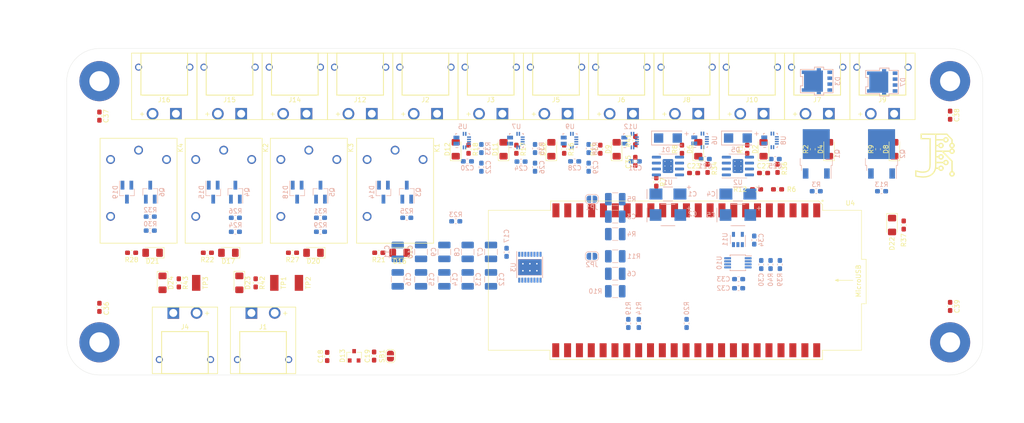
<source format=kicad_pcb>
(kicad_pcb (version 20171130) (host pcbnew "(5.1.0)-1")
  (layers (0 F.Cu signal) (31 B.Cu signal) (34 B.Paste user) (35 F.Paste user) (36 B.SilkS user) (37 F.SilkS user) (38 B.Mask user) (39 F.Mask user) (44 Edge.Cuts user))
  (net 0 "")
  (net 1 GND)
  (net 2 +24V)
  (net 3 "Net-(C3-Pad1)")
  (net 4 "Net-(C6-Pad1)")
  (net 5 CAN_H)
  (net 6 CAN_L)
  (net 7 +3V3)
  (net 8 SOLENOID_CURRENT_SENSE_1)
  (net 9 SOLENOID_ECONOMIZED_CURRENT_SENSE_1)
  (net 10 SOLENOID_CURRENT_SENSE_2)
  (net 11 SOLENOID_ECONOMIZED_CURRENT_SENSE_2)
  (net 12 SOLENOID_CURRENT_SENSE_3)
  (net 13 /SolenoidSense/SOLENOID_OFF_VREF)
  (net 14 SOLENOID_CURRENT_SENSE_4)
  (net 15 "Net-(C36-Pad1)")
  (net 16 GNDPWR)
  (net 17 "Net-(C37-Pad1)")
  (net 18 "Net-(C38-Pad1)")
  (net 19 "Net-(C39-Pad1)")
  (net 20 SOLENOID_ECONOMIZED_CHANNEL_1_SENSE)
  (net 21 "Net-(D2-Pad2)")
  (net 22 PUMP_LS_CHANNEL_1)
  (net 23 "Net-(D4-Pad2)")
  (net 24 SOLENOID_ECONOMIZED_CHANNEL_2_SENSE)
  (net 25 "Net-(D6-Pad2)")
  (net 26 PUMP_LS_CHANNEL_2)
  (net 27 "Net-(D8-Pad2)")
  (net 28 "Net-(D9-Pad2)")
  (net 29 SOLENOID_LS_CHANNEL_4_SENSE)
  (net 30 SOLENOID_LS_CHANNEL_3_SENSE)
  (net 31 "Net-(D10-Pad2)")
  (net 32 "Net-(D11-Pad2)")
  (net 33 SOLENOID_LS_CHANNEL_2_SENSE)
  (net 34 SOLENOID_LS_CHANNEL_1_SENSE)
  (net 35 "Net-(D12-Pad2)")
  (net 36 +12V)
  (net 37 "Net-(D14-Pad2)")
  (net 38 "Net-(D15-Pad2)")
  (net 39 "Net-(D16-Pad2)")
  (net 40 "Net-(D17-Pad2)")
  (net 41 "Net-(D18-Pad2)")
  (net 42 "Net-(D19-Pad2)")
  (net 43 "Net-(D20-Pad2)")
  (net 44 "Net-(D21-Pad2)")
  (net 45 "Net-(D22-Pad2)")
  (net 46 SOLENOID_LS_CHANNEL_1)
  (net 47 SOLENOID_LS_CHANNEL_2)
  (net 48 SOLENOID_LS_CHANNEL_3)
  (net 49 SOLENOID_LS_CHANNEL_4)
  (net 50 SOLENOID_ECONOMIZED_CHANNEL_1)
  (net 51 SOLENOID_ECONOMIZED_CHANNEL_2)
  (net 52 GP_RELAY_1_LOW)
  (net 53 GP_RELAY_1_HIGH)
  (net 54 GP_RELAY_2_HIGH)
  (net 55 GP_RELAY_2_LOW)
  (net 56 GP_RELAY_3_LOW)
  (net 57 GP_RELAY_3_HIGH)
  (net 58 GP_RELAY_4_HIGH)
  (net 59 GP_RELAY_4_LOW)
  (net 60 DRV103_DUTY_CYCLE_ADJ_1)
  (net 61 "Net-(JP1-Pad2)")
  (net 62 "Net-(JP2-Pad2)")
  (net 63 DRV103_DUTY_CYCLE_ADJ_2)
  (net 64 PUMP_INPUT_1)
  (net 65 PUMP_INPUT_2)
  (net 66 "Net-(Q3-Pad1)")
  (net 67 "Net-(Q4-Pad1)")
  (net 68 "Net-(Q5-Pad1)")
  (net 69 "Net-(Q6-Pad1)")
  (net 70 "Net-(R5-Pad1)")
  (net 71 DRV103_INPUT_1)
  (net 72 DRV103_nOK)
  (net 73 "Net-(R11-Pad1)")
  (net 74 DRV103_INPUT_2)
  (net 75 DRV8806_SERIAL_DATOUT_3.3V)
  (net 76 DRV8806_SERIAL_DATOUT)
  (net 77 DRV8806_nFAULT)
  (net 78 GP_RELAY_1)
  (net 79 GP_RELAY_3)
  (net 80 GP_RELAY_2)
  (net 81 GP_RELAY_4)
  (net 82 "Net-(R33-Pad2)")
  (net 83 "Net-(R34-Pad2)")
  (net 84 "Net-(R35-Pad2)")
  (net 85 "Net-(R36-Pad2)")
  (net 86 "Net-(R38-Pad2)")
  (net 87 "Net-(R41-Pad2)")
  (net 88 CAN_SHIELD)
  (net 89 DRV8806_nENBL)
  (net 90 DRV8806_RESET)
  (net 91 "Net-(U3-Pad10)")
  (net 92 DRV8806_SERIAL_LATCH)
  (net 93 DRV8806_SERIAL_CLK)
  (net 94 DRV8806_SERIAL_DATIN)
  (net 95 "Net-(U4-Pad43)")
  (net 96 +5V)
  (net 97 "Net-(U4-Pad40)")
  (net 98 "Net-(U4-Pad39)")
  (net 99 "Net-(U4-Pad38)")
  (net 100 "Net-(U4-Pad9)")
  (net 101 "Net-(U4-Pad10)")
  (net 102 SOFTWARE_INVERTER_KILL)
  (net 103 "Net-(U4-Pad24)")
  (net 104 "Net-(U4-Pad23)")
  (net 105 "Net-(U4-Pad42)")
  (net 106 "Net-(U4-Pad41)")
  (net 107 "Net-(U5-Pad7)")
  (net 108 "Net-(U6-Pad7)")
  (net 109 "Net-(U7-Pad7)")
  (net 110 "Net-(U8-Pad7)")
  (net 111 "Net-(U9-Pad7)")
  (net 112 "Net-(U10-Pad1)")
  (net 113 "Net-(U10-Pad7)")
  (net 114 "Net-(U12-Pad7)")
  (net 115 "Net-(D23-Pad1)")
  (net 116 "Net-(D24-Pad1)")
  (net 117 BRAKE_SOLENOID_HIGH)
  (net 118 "Net-(U4-Pad36)")
  (module Silkscreen:j_logo (layer F.Cu) (at 234.25 77.75)
    (fp_text reference G*** hide)
    (fp_text value LOGO hide)
  )
  (module BigSur:OMRON_RELAY_G5LE-1A-VDDC12 (layer F.Cu) (at 118.5 76.6 270)
    (fp_text reference K1 (at -0.5 -9 270) (layer F.SilkS))
    (fp_text value G5LE-1A-VDDC12)
    (pad 3 thru_hole circle (at 14.2 6 270) (size 1.9 1.9) (drill 1.3) (layers *.Cu *.Mask) (net 53 GP_RELAY_1_HIGH))
    (pad 2 thru_hole circle (at 2 6 270) (size 1.9 1.9) (drill 1.3) (layers *.Cu *.Mask) (net 36 +12V))
    (pad 5 thru_hole circle (at 2 -6 270) (size 1.9 1.9) (drill 1.3) (layers *.Cu *.Mask) (net 37 "Net-(D14-Pad2)"))
    (pad 1 thru_hole circle (at 0 0 270) (size 1.9 1.9) (drill 1.3) (layers *.Cu *.Mask) (net 52 GP_RELAY_1_LOW))
  )
  (module BigSur:OMRON_RELAY_G5LE-1A-VDDC12 (layer F.Cu) (at 81.75 76.6 270)
    (fp_text reference K2 (at -0.5 -9 270) (layer F.SilkS))
    (fp_text value G5LE-1A-VDDC12)
    (pad 3 thru_hole circle (at 14.2 6 270) (size 1.9 1.9) (drill 1.3) (layers *.Cu *.Mask) (net 57 GP_RELAY_3_HIGH))
    (pad 2 thru_hole circle (at 2 6 270) (size 1.9 1.9) (drill 1.3) (layers *.Cu *.Mask) (net 36 +12V))
    (pad 5 thru_hole circle (at 2 -6 270) (size 1.9 1.9) (drill 1.3) (layers *.Cu *.Mask) (net 38 "Net-(D15-Pad2)"))
    (pad 1 thru_hole circle (at 0 0 270) (size 1.9 1.9) (drill 1.3) (layers *.Cu *.Mask) (net 56 GP_RELAY_3_LOW))
  )
  (module BigSur:OMRON_RELAY_G5LE-1A-VDDC12 (layer F.Cu) (at 100 76.6 270)
    (fp_text reference K3 (at -0.5 -9 270) (layer F.SilkS))
    (fp_text value G5LE-1A-VDDC12)
    (pad 3 thru_hole circle (at 14.2 6 270) (size 1.9 1.9) (drill 1.3) (layers *.Cu *.Mask) (net 54 GP_RELAY_2_HIGH))
    (pad 2 thru_hole circle (at 2 6 270) (size 1.9 1.9) (drill 1.3) (layers *.Cu *.Mask) (net 36 +12V))
    (pad 5 thru_hole circle (at 2 -6 270) (size 1.9 1.9) (drill 1.3) (layers *.Cu *.Mask) (net 41 "Net-(D18-Pad2)"))
    (pad 1 thru_hole circle (at 0 0 270) (size 1.9 1.9) (drill 1.3) (layers *.Cu *.Mask) (net 55 GP_RELAY_2_LOW))
  )
  (module BigSur:OMRON_RELAY_G5LE-1A-VDDC12 (layer F.Cu) (at 63.5 76.6 270)
    (fp_text reference K4 (at -0.5 -9 270) (layer F.SilkS))
    (fp_text value G5LE-1A-VDDC12)
    (pad 3 thru_hole circle (at 14.2 6 270) (size 1.9 1.9) (drill 1.3) (layers *.Cu *.Mask) (net 58 GP_RELAY_4_HIGH))
    (pad 2 thru_hole circle (at 2 6 270) (size 1.9 1.9) (drill 1.3) (layers *.Cu *.Mask) (net 36 +12V))
    (pad 5 thru_hole circle (at 2 -6 270) (size 1.9 1.9) (drill 1.3) (layers *.Cu *.Mask) (net 42 "Net-(D19-Pad2)"))
    (pad 1 thru_hole circle (at 0 0 270) (size 1.9 1.9) (drill 1.3) (layers *.Cu *.Mask) (net 59 GP_RELAY_4_LOW))
  )
  (module BigSur:KEMET_CAP_SMD_T491C105K050AT (layer B.Cu) (at 177 86 180)
    (fp_text reference C1 (at -5.25 0 180) (layer B.SilkS) (effects (justify mirror)))
    (fp_text value 1uF)
    (fp_text user + (at -4.5 1.5 180) (layer B.SilkS) (effects (justify mirror)))
    (pad 2 smd rect (at 2.57 0 180) (size 2.77 2.35) (layers B.Cu B.Paste B.Mask) (net 1 GND))
    (pad 1 smd rect (at -2.57 0 180) (size 2.77 2.35) (layers B.Cu B.Paste B.Mask) (net 2 +24V))
  )
  (module BigSur:VISHAY_CAP_SMD_293D106X9050E2TE3 (layer B.Cu) (at 177 90.5 180)
    (fp_text reference C2 (at -5.25 0.25 180) (layer B.SilkS) (effects (justify mirror)))
    (fp_text value 10uF)
    (fp_text user + (at -4.5 1.5 180) (layer B.SilkS) (effects (justify mirror)))
    (pad 1 smd rect (at -2.65 0 180) (size 2.5 2.5) (layers B.Cu B.Paste B.Mask) (net 2 +24V))
    (pad 2 smd rect (at 2.65 0 180) (size 2.5 2.5) (layers B.Cu B.Paste B.Mask) (net 1 GND))
  )
  (module Capacitor_SMD:C_1210_3225Metric_Pad1.42x2.65mm_HandSolder (layer B.Cu) (at 165.7 90.85 180)
    (fp_text reference C3 (at -3.5 0) (layer B.SilkS) (effects (justify mirror)))
    (fp_text value C)
    (pad 2 smd roundrect (at 1.4875 0 180) (size 1.425 2.65) (layers B.Cu B.Paste B.Mask) (roundrect_rratio 0.175439) (net 1 GND))
    (pad 1 smd roundrect (at -1.4875 0 180) (size 1.425 2.65) (layers B.Cu B.Paste B.Mask) (roundrect_rratio 0.175439) (net 3 "Net-(C3-Pad1)"))
  )
  (module BigSur:KEMET_CAP_SMD_T491C105K050AT (layer B.Cu) (at 192 86 180)
    (fp_text reference C4 (at 5.75 0 180) (layer B.SilkS) (effects (justify mirror)))
    (fp_text value 1uF)
    (fp_text user + (at -4.5 1.5 180) (layer B.SilkS) (effects (justify mirror)))
    (pad 2 smd rect (at 2.57 0 180) (size 2.77 2.35) (layers B.Cu B.Paste B.Mask) (net 1 GND))
    (pad 1 smd rect (at -2.57 0 180) (size 2.77 2.35) (layers B.Cu B.Paste B.Mask) (net 2 +24V))
  )
  (module BigSur:VISHAY_CAP_SMD_293D106X9050E2TE3 (layer B.Cu) (at 192 90.5 180)
    (fp_text reference C5 (at 5.75 0 180) (layer B.SilkS) (effects (justify mirror)))
    (fp_text value 10uF)
    (fp_text user + (at -4.5 1.5 180) (layer B.SilkS) (effects (justify mirror)))
    (pad 1 smd rect (at -2.65 0 180) (size 2.5 2.5) (layers B.Cu B.Paste B.Mask) (net 2 +24V))
    (pad 2 smd rect (at 2.65 0 180) (size 2.5 2.5) (layers B.Cu B.Paste B.Mask) (net 1 GND))
  )
  (module Capacitor_SMD:C_1210_3225Metric_Pad1.42x2.65mm_HandSolder (layer B.Cu) (at 165.7 103.1 180)
    (fp_text reference C6 (at -3.5 0) (layer B.SilkS) (effects (justify mirror)))
    (fp_text value C)
    (pad 2 smd roundrect (at 1.4875 0 180) (size 1.425 2.65) (layers B.Cu B.Paste B.Mask) (roundrect_rratio 0.175439) (net 1 GND))
    (pad 1 smd roundrect (at -1.4875 0 180) (size 1.425 2.65) (layers B.Cu B.Paste B.Mask) (roundrect_rratio 0.175439) (net 4 "Net-(C6-Pad1)"))
  )
  (module Capacitor_SMD:C_1210_3225Metric_Pad1.42x2.65mm_HandSolder (layer B.Cu) (at 139.06 98.42 270)
    (fp_text reference C7 (at 0 2.28 270) (layer B.SilkS) (effects (justify mirror)))
    (fp_text value 10uF)
    (pad 1 smd roundrect (at -1.4875 0 270) (size 1.425 2.65) (layers B.Cu B.Paste B.Mask) (roundrect_rratio 0.175439) (net 2 +24V))
    (pad 2 smd roundrect (at 1.4875 0 270) (size 1.425 2.65) (layers B.Cu B.Paste B.Mask) (roundrect_rratio 0.175439) (net 1 GND))
  )
  (module Capacitor_SMD:C_1210_3225Metric_Pad1.42x2.65mm_HandSolder (layer B.Cu) (at 134.06 98.42 270)
    (fp_text reference C8 (at 0 2.28 270) (layer B.SilkS) (effects (justify mirror)))
    (fp_text value 10uF)
    (pad 1 smd roundrect (at -1.4875 0 270) (size 1.425 2.65) (layers B.Cu B.Paste B.Mask) (roundrect_rratio 0.175439) (net 2 +24V))
    (pad 2 smd roundrect (at 1.4875 0 270) (size 1.425 2.65) (layers B.Cu B.Paste B.Mask) (roundrect_rratio 0.175439) (net 1 GND))
  )
  (module Capacitor_SMD:C_1210_3225Metric_Pad1.42x2.65mm_HandSolder (layer B.Cu) (at 129.06 98.42 270)
    (fp_text reference C9 (at 0 2.28 270) (layer B.SilkS) (effects (justify mirror)))
    (fp_text value 10uF)
    (pad 1 smd roundrect (at -1.4875 0 270) (size 1.425 2.65) (layers B.Cu B.Paste B.Mask) (roundrect_rratio 0.175439) (net 2 +24V))
    (pad 2 smd roundrect (at 1.4875 0 270) (size 1.425 2.65) (layers B.Cu B.Paste B.Mask) (roundrect_rratio 0.175439) (net 1 GND))
  )
  (module Capacitor_SMD:C_1210_3225Metric_Pad1.42x2.65mm_HandSolder (layer B.Cu) (at 124.06 98.42 270)
    (fp_text reference C10 (at 0 2.28 270) (layer B.SilkS) (effects (justify mirror)))
    (fp_text value 10uF)
    (pad 1 smd roundrect (at -1.4875 0 270) (size 1.425 2.65) (layers B.Cu B.Paste B.Mask) (roundrect_rratio 0.175439) (net 2 +24V))
    (pad 2 smd roundrect (at 1.4875 0 270) (size 1.425 2.65) (layers B.Cu B.Paste B.Mask) (roundrect_rratio 0.175439) (net 1 GND))
  )
  (module Capacitor_SMD:C_1210_3225Metric_Pad1.42x2.65mm_HandSolder (layer B.Cu) (at 119.06 98.42 270)
    (fp_text reference C11 (at 0 2.28 270) (layer B.SilkS) (effects (justify mirror)))
    (fp_text value 10uF)
    (pad 1 smd roundrect (at -1.4875 0 270) (size 1.425 2.65) (layers B.Cu B.Paste B.Mask) (roundrect_rratio 0.175439) (net 2 +24V))
    (pad 2 smd roundrect (at 1.4875 0 270) (size 1.425 2.65) (layers B.Cu B.Paste B.Mask) (roundrect_rratio 0.175439) (net 1 GND))
  )
  (module Capacitor_SMD:C_1210_3225Metric_Pad1.42x2.65mm_HandSolder (layer B.Cu) (at 139.06 104.3 90)
    (fp_text reference C12 (at 0 2.28 270) (layer B.SilkS) (effects (justify mirror)))
    (fp_text value 10uF)
    (pad 1 smd roundrect (at -1.4875 0 90) (size 1.425 2.65) (layers B.Cu B.Paste B.Mask) (roundrect_rratio 0.175439) (net 2 +24V))
    (pad 2 smd roundrect (at 1.4875 0 90) (size 1.425 2.65) (layers B.Cu B.Paste B.Mask) (roundrect_rratio 0.175439) (net 1 GND))
  )
  (module Capacitor_SMD:C_1210_3225Metric_Pad1.42x2.65mm_HandSolder (layer B.Cu) (at 134.06 104.3 90)
    (fp_text reference C13 (at 0 2.28 270) (layer B.SilkS) (effects (justify mirror)))
    (fp_text value 10uF)
    (pad 1 smd roundrect (at -1.4875 0 90) (size 1.425 2.65) (layers B.Cu B.Paste B.Mask) (roundrect_rratio 0.175439) (net 2 +24V))
    (pad 2 smd roundrect (at 1.4875 0 90) (size 1.425 2.65) (layers B.Cu B.Paste B.Mask) (roundrect_rratio 0.175439) (net 1 GND))
  )
  (module Capacitor_SMD:C_1210_3225Metric_Pad1.42x2.65mm_HandSolder (layer B.Cu) (at 129.06 104.3 90)
    (fp_text reference C14 (at 0 2.28 270) (layer B.SilkS) (effects (justify mirror)))
    (fp_text value 10uF)
    (pad 1 smd roundrect (at -1.4875 0 90) (size 1.425 2.65) (layers B.Cu B.Paste B.Mask) (roundrect_rratio 0.175439) (net 2 +24V))
    (pad 2 smd roundrect (at 1.4875 0 90) (size 1.425 2.65) (layers B.Cu B.Paste B.Mask) (roundrect_rratio 0.175439) (net 1 GND))
  )
  (module Capacitor_SMD:C_1210_3225Metric_Pad1.42x2.65mm_HandSolder (layer B.Cu) (at 124.06 104.3 90)
    (fp_text reference C15 (at 0 2.28 270) (layer B.SilkS) (effects (justify mirror)))
    (fp_text value 10uF)
    (pad 1 smd roundrect (at -1.4875 0 90) (size 1.425 2.65) (layers B.Cu B.Paste B.Mask) (roundrect_rratio 0.175439) (net 2 +24V))
    (pad 2 smd roundrect (at 1.4875 0 90) (size 1.425 2.65) (layers B.Cu B.Paste B.Mask) (roundrect_rratio 0.175439) (net 1 GND))
  )
  (module Capacitor_SMD:C_1210_3225Metric_Pad1.42x2.65mm_HandSolder (layer B.Cu) (at 119.06 104.3 90)
    (fp_text reference C16 (at 0 2.28 270) (layer B.SilkS) (effects (justify mirror)))
    (fp_text value 10uF)
    (pad 1 smd roundrect (at -1.4875 0 90) (size 1.425 2.65) (layers B.Cu B.Paste B.Mask) (roundrect_rratio 0.175439) (net 2 +24V))
    (pad 2 smd roundrect (at 1.4875 0 90) (size 1.425 2.65) (layers B.Cu B.Paste B.Mask) (roundrect_rratio 0.175439) (net 1 GND))
  )
  (module Capacitor_SMD:C_0603_1608Metric_Pad1.05x0.95mm_HandSolder (layer B.Cu) (at 142.4 98.5 270)
    (fp_text reference C17 (at -3.5 0 270) (layer B.SilkS) (effects (justify mirror)))
    (fp_text value 0.1uF)
    (pad 1 smd roundrect (at -0.875 0 270) (size 1.05 0.95) (layers B.Cu B.Paste B.Mask) (net 2 +24V))
    (pad 2 smd roundrect (at 0.875 0 270) (size 1.05 0.95) (layers B.Cu B.Paste B.Mask) (net 1 GND))
  )
  (module Capacitor_SMD:C_0603_1608Metric_Pad1.05x0.95mm_HandSolder (layer F.Cu) (at 103.94 120.84 90)
    (fp_text reference C18 (at 0 -1.43 90) (layer F.SilkS))
    (fp_text value 0.1uF)
    (pad 2 smd roundrect (at 0.875 0 90) (size 1.05 0.95) (layers F.Cu F.Paste F.Mask) (net 1 GND))
    (pad 1 smd roundrect (at -0.875 0 90) (size 1.05 0.95) (layers F.Cu F.Paste F.Mask) (net 5 CAN_H))
  )
  (module Capacitor_SMD:C_0603_1608Metric_Pad1.05x0.95mm_HandSolder (layer F.Cu) (at 113.995001 120.744999 90)
    (fp_text reference C19 (at 0 -1.43 90) (layer F.SilkS))
    (fp_text value 0.1uF)
    (pad 2 smd roundrect (at 0.875 0 90) (size 1.05 0.95) (layers F.Cu F.Paste F.Mask) (net 6 CAN_L))
    (pad 1 smd roundrect (at -0.875 0 90) (size 1.05 0.95) (layers F.Cu F.Paste F.Mask) (net 1 GND))
  )
  (module Capacitor_SMD:C_0603_1608Metric_Pad1.05x0.95mm_HandSolder (layer B.Cu) (at 134 79)
    (fp_text reference C20 (at 0 1.43 180) (layer B.SilkS) (effects (justify mirror)))
    (fp_text value 0.1uF)
    (pad 2 smd roundrect (at 0.875 0) (size 1.05 0.95) (layers B.Cu B.Paste B.Mask) (net 1 GND))
    (pad 1 smd roundrect (at -0.875 0) (size 1.05 0.95) (layers B.Cu B.Paste B.Mask) (net 7 +3V3))
  )
  (module Capacitor_SMD:C_0603_1608Metric_Pad1.05x0.95mm_HandSolder (layer B.Cu) (at 185 78.5)
    (fp_text reference C21 (at 0 1.5 180) (layer B.SilkS) (effects (justify mirror)))
    (fp_text value 0.1uF)
    (pad 2 smd roundrect (at 0.875 0) (size 1.05 0.95) (layers B.Cu B.Paste B.Mask) (net 1 GND))
    (pad 1 smd roundrect (at -0.875 0) (size 1.05 0.95) (layers B.Cu B.Paste B.Mask) (net 7 +3V3))
  )
  (module Capacitor_SMD:C_0603_1608Metric_Pad1.05x0.95mm_HandSolder (layer B.Cu) (at 137 80.25 270)
    (fp_text reference C22 (at 0 -1.5 270) (layer B.SilkS) (effects (justify mirror)))
    (fp_text value 0.1uF)
    (pad 2 smd roundrect (at 0.875 0 270) (size 1.05 0.95) (layers B.Cu B.Paste B.Mask) (net 1 GND))
    (pad 1 smd roundrect (at -0.875 0 270) (size 1.05 0.95) (layers B.Cu B.Paste B.Mask) (net 8 SOLENOID_CURRENT_SENSE_1))
  )
  (module Capacitor_SMD:C_0603_1608Metric_Pad1.05x0.95mm_HandSolder (layer F.Cu) (at 182.5 81.5 180)
    (fp_text reference C23 (at 0 1.5 180) (layer F.SilkS))
    (fp_text value 0.1uF)
    (pad 2 smd roundrect (at 0.875 0 180) (size 1.05 0.95) (layers F.Cu F.Paste F.Mask) (net 1 GND))
    (pad 1 smd roundrect (at -0.875 0 180) (size 1.05 0.95) (layers F.Cu F.Paste F.Mask) (net 9 SOLENOID_ECONOMIZED_CURRENT_SENSE_1))
  )
  (module Capacitor_SMD:C_0603_1608Metric_Pad1.05x0.95mm_HandSolder (layer B.Cu) (at 145.5 79.05)
    (fp_text reference C24 (at 0 1.43 180) (layer B.SilkS) (effects (justify mirror)))
    (fp_text value 0.1uF)
    (pad 2 smd roundrect (at 0.875 0) (size 1.05 0.95) (layers B.Cu B.Paste B.Mask) (net 1 GND))
    (pad 1 smd roundrect (at -0.875 0) (size 1.05 0.95) (layers B.Cu B.Paste B.Mask) (net 7 +3V3))
  )
  (module Capacitor_SMD:C_0603_1608Metric_Pad1.05x0.95mm_HandSolder (layer B.Cu) (at 200 78.5)
    (fp_text reference C25 (at 0 1.5) (layer B.SilkS) (effects (justify mirror)))
    (fp_text value 0.1uF)
    (pad 2 smd roundrect (at 0.875 0) (size 1.05 0.95) (layers B.Cu B.Paste B.Mask) (net 1 GND))
    (pad 1 smd roundrect (at -0.875 0) (size 1.05 0.95) (layers B.Cu B.Paste B.Mask) (net 7 +3V3))
  )
  (module Capacitor_SMD:C_0603_1608Metric_Pad1.05x0.95mm_HandSolder (layer B.Cu) (at 148.5 80.25 270)
    (fp_text reference C26 (at 0 -1.5 270) (layer B.SilkS) (effects (justify mirror)))
    (fp_text value 0.1uF)
    (pad 2 smd roundrect (at 0.875 0 270) (size 1.05 0.95) (layers B.Cu B.Paste B.Mask) (net 1 GND))
    (pad 1 smd roundrect (at -0.875 0 270) (size 1.05 0.95) (layers B.Cu B.Paste B.Mask) (net 10 SOLENOID_CURRENT_SENSE_2))
  )
  (module Capacitor_SMD:C_0603_1608Metric_Pad1.05x0.95mm_HandSolder (layer F.Cu) (at 197.5 81.5 180)
    (fp_text reference C27 (at 0 1.5 180) (layer F.SilkS))
    (fp_text value 0.1uF)
    (pad 2 smd roundrect (at 0.875 0 180) (size 1.05 0.95) (layers F.Cu F.Paste F.Mask) (net 1 GND))
    (pad 1 smd roundrect (at -0.875 0 180) (size 1.05 0.95) (layers F.Cu F.Paste F.Mask) (net 11 SOLENOID_ECONOMIZED_CURRENT_SENSE_2))
  )
  (module Capacitor_SMD:C_0603_1608Metric_Pad1.05x0.95mm_HandSolder (layer B.Cu) (at 157 79)
    (fp_text reference C28 (at 0 1.43 180) (layer B.SilkS) (effects (justify mirror)))
    (fp_text value 0.1uF)
    (pad 2 smd roundrect (at 0.875 0) (size 1.05 0.95) (layers B.Cu B.Paste B.Mask) (net 1 GND))
    (pad 1 smd roundrect (at -0.875 0) (size 1.05 0.95) (layers B.Cu B.Paste B.Mask) (net 7 +3V3))
  )
  (module Capacitor_SMD:C_0603_1608Metric_Pad1.05x0.95mm_HandSolder (layer B.Cu) (at 160 80.25 270)
    (fp_text reference C29 (at 0 -1.5 270) (layer B.SilkS) (effects (justify mirror)))
    (fp_text value 0.1uF)
    (pad 2 smd roundrect (at 0.875 0 270) (size 1.05 0.95) (layers B.Cu B.Paste B.Mask) (net 1 GND))
    (pad 1 smd roundrect (at -0.875 0 270) (size 1.05 0.95) (layers B.Cu B.Paste B.Mask) (net 12 SOLENOID_CURRENT_SENSE_3))
  )
  (module Capacitor_SMD:C_0603_1608Metric_Pad1.05x0.95mm_HandSolder (layer B.Cu) (at 197 101.125 270)
    (fp_text reference C30 (at 3.25 0 270) (layer B.SilkS) (effects (justify mirror)))
    (fp_text value 0.1uF)
    (pad 2 smd roundrect (at 0.875 0 270) (size 1.05 0.95) (layers B.Cu B.Paste B.Mask) (net 1 GND))
    (pad 1 smd roundrect (at -0.875 0 270) (size 1.05 0.95) (layers B.Cu B.Paste B.Mask) (net 13 /SolenoidSense/SOLENOID_OFF_VREF))
  )
  (module Capacitor_SMD:C_0603_1608Metric_Pad1.05x0.95mm_HandSolder (layer B.Cu) (at 170 79)
    (fp_text reference C31 (at 0 1.43 180) (layer B.SilkS) (effects (justify mirror)))
    (fp_text value 0.1uF)
    (pad 2 smd roundrect (at 0.875 0) (size 1.05 0.95) (layers B.Cu B.Paste B.Mask) (net 1 GND))
    (pad 1 smd roundrect (at -0.875 0) (size 1.05 0.95) (layers B.Cu B.Paste B.Mask) (net 7 +3V3))
  )
  (module Capacitor_SMD:C_0603_1608Metric_Pad1.05x0.95mm_HandSolder (layer B.Cu) (at 192.15 106.2)
    (fp_text reference C32 (at -3.25 0) (layer B.SilkS) (effects (justify mirror)))
    (fp_text value 2.2uF)
    (pad 2 smd roundrect (at 0.875 0) (size 1.05 0.95) (layers B.Cu B.Paste B.Mask) (net 1 GND))
    (pad 1 smd roundrect (at -0.875 0) (size 1.05 0.95) (layers B.Cu B.Paste B.Mask) (net 7 +3V3))
  )
  (module Capacitor_SMD:C_0603_1608Metric_Pad1.05x0.95mm_HandSolder (layer B.Cu) (at 192.15 104.25)
    (fp_text reference C33 (at -3.25 0 180) (layer B.SilkS) (effects (justify mirror)))
    (fp_text value 0.1uF)
    (pad 2 smd roundrect (at 0.875 0) (size 1.05 0.95) (layers B.Cu B.Paste B.Mask) (net 1 GND))
    (pad 1 smd roundrect (at -0.875 0) (size 1.05 0.95) (layers B.Cu B.Paste B.Mask) (net 7 +3V3))
  )
  (module Capacitor_SMD:C_0603_1608Metric_Pad1.05x0.95mm_HandSolder (layer B.Cu) (at 195.5 95.875 270)
    (fp_text reference C34 (at 0 -1.5 270) (layer B.SilkS) (effects (justify mirror)))
    (fp_text value 0.1uF)
    (pad 2 smd roundrect (at 0.875 0 270) (size 1.05 0.95) (layers B.Cu B.Paste B.Mask) (net 1 GND))
    (pad 1 smd roundrect (at -0.875 0 270) (size 1.05 0.95) (layers B.Cu B.Paste B.Mask) (net 7 +3V3))
  )
  (module Capacitor_SMD:C_0603_1608Metric_Pad1.05x0.95mm_HandSolder (layer F.Cu) (at 170 79 270)
    (fp_text reference C35 (at 0.125 1.5 90) (layer F.SilkS))
    (fp_text value 0.1uF)
    (pad 2 smd roundrect (at 0.875 0 270) (size 1.05 0.95) (layers F.Cu F.Paste F.Mask) (net 1 GND))
    (pad 1 smd roundrect (at -0.875 0 270) (size 1.05 0.95) (layers F.Cu F.Paste F.Mask) (net 14 SOLENOID_CURRENT_SENSE_4))
  )
  (module Capacitor_SMD:C_0603_1608Metric_Pad1.05x0.95mm_HandSolder (layer F.Cu) (at 55.1 110.3 90)
    (fp_text reference C36 (at -0.25 1.5 90) (layer F.SilkS))
    (fp_text value C)
    (pad 2 smd roundrect (at 0.875 0 90) (size 1.05 0.95) (layers F.Cu F.Paste F.Mask) (net 16 GNDPWR))
    (pad 1 smd roundrect (at -0.875 0 90) (size 1.05 0.95) (layers F.Cu F.Paste F.Mask) (net 15 "Net-(C36-Pad1)"))
  )
  (module Capacitor_SMD:C_0603_1608Metric_Pad1.05x0.95mm_HandSolder (layer F.Cu) (at 55.1 69.3 270)
    (fp_text reference C37 (at 0 -1.43 90) (layer F.SilkS))
    (fp_text value C)
    (pad 2 smd roundrect (at 0.875 0 270) (size 1.05 0.95) (layers F.Cu F.Paste F.Mask) (net 16 GNDPWR))
    (pad 1 smd roundrect (at -0.875 0 270) (size 1.05 0.95) (layers F.Cu F.Paste F.Mask) (net 17 "Net-(C37-Pad1)"))
  )
  (module Capacitor_SMD:C_0603_1608Metric_Pad1.05x0.95mm_HandSolder (layer F.Cu) (at 237.5 69.1 270)
    (fp_text reference C38 (at 0 -1.43 90) (layer F.SilkS))
    (fp_text value C)
    (pad 2 smd roundrect (at 0.875 0 270) (size 1.05 0.95) (layers F.Cu F.Paste F.Mask) (net 16 GNDPWR))
    (pad 1 smd roundrect (at -0.875 0 270) (size 1.05 0.95) (layers F.Cu F.Paste F.Mask) (net 18 "Net-(C38-Pad1)"))
  )
  (module Capacitor_SMD:C_0603_1608Metric_Pad1.05x0.95mm_HandSolder (layer F.Cu) (at 237.5 110.1 90)
    (fp_text reference C39 (at 0 1.5 270) (layer F.SilkS))
    (fp_text value C)
    (pad 2 smd roundrect (at 0.875 0 90) (size 1.05 0.95) (layers F.Cu F.Paste F.Mask) (net 16 GNDPWR))
    (pad 1 smd roundrect (at -0.875 0 90) (size 1.05 0.95) (layers F.Cu F.Paste F.Mask) (net 19 "Net-(C39-Pad1)"))
  )
  (module BigSur:ONSemi_SMD_Schottky_NRVTSA4100E (layer B.Cu) (at 177 74 180)
    (fp_text reference D1 (at 0.5 -2.5 180) (layer B.SilkS) (effects (justify mirror)))
    (fp_text value NRVTSA4100E)
    (fp_text user + (at -4 1 180) (layer B.SilkS) (effects (justify mirror)))
    (pad 2 smd rect (at -2 0 180) (size 2 2) (layers B.Cu B.Paste B.Mask) (net 20 SOLENOID_ECONOMIZED_CHANNEL_1_SENSE))
    (pad 1 smd rect (at 2 0 180) (size 2 2) (layers B.Cu B.Paste B.Mask) (net 2 +24V))
  )
  (module LED_SMD:LED_1206_3216Metric_Pad1.42x1.75mm_HandSolder (layer F.Cu) (at 197.5 76.4 90)
    (fp_text reference D2 (at 0 -1.82 90) (layer F.SilkS))
    (fp_text value QTLP651C4TR)
    (pad 2 smd roundrect (at 1.4875 0 90) (size 1.425 1.75) (layers F.Cu F.Paste F.Mask) (roundrect_rratio 0.175439) (net 21 "Net-(D2-Pad2)"))
    (pad 1 smd roundrect (at -1.4875 0 90) (size 1.425 1.75) (layers F.Cu F.Paste F.Mask) (roundrect_rratio 0.175439) (net 20 SOLENOID_ECONOMIZED_CHANNEL_1_SENSE))
  )
  (module BigSur:ONSemi_SMD_Schottky_NTS12120EMFS (layer B.Cu) (at 208.9 61.8 90)
    (fp_text reference D3 (at 0 4.5 270) (layer B.SilkS) (effects (justify mirror)))
    (fp_text value NTS12120EMFST1G)
    (pad 1 smd rect (at 1.905 -2.9625 90) (size 0.75 0.475) (layers B.Cu B.Paste B.Mask) (net 2 +24V))
    (pad 1 smd rect (at -1.905 -2.9625 90) (size 0.75 0.475) (layers B.Cu B.Paste B.Mask) (net 2 +24V))
    (pad 1 smd rect (at -2.5275 0.4525 90) (size 0.495 0.905) (layers B.Cu B.Paste B.Mask) (net 2 +24V))
    (pad 1 smd rect (at 2.5275 0.4525 90) (size 0.495 0.905) (layers B.Cu B.Paste B.Mask) (net 2 +24V))
    (pad 1 smd rect (at 0 -0.6975 90) (size 4.56 4.055) (layers B.Cu B.Paste B.Mask) (net 2 +24V))
    (pad NC smd rect (at -1.905 2.795 90) (size 0.75 1) (layers B.Cu B.Paste B.Mask))
    (pad 2 smd rect (at -0.635 2.795 90) (size 0.75 1) (layers B.Cu B.Paste B.Mask) (net 22 PUMP_LS_CHANNEL_1))
    (pad 2 smd rect (at 0.635 2.795 90) (size 0.75 1) (layers B.Cu B.Paste B.Mask) (net 22 PUMP_LS_CHANNEL_1))
    (pad 2 smd rect (at 1.905 2.795 90) (size 0.75 1) (layers B.Cu B.Paste B.Mask) (net 22 PUMP_LS_CHANNEL_1))
  )
  (module LED_SMD:LED_1206_3216Metric_Pad1.42x1.75mm_HandSolder (layer F.Cu) (at 211.55 76.4 90)
    (fp_text reference D4 (at 0 -1.82 90) (layer F.SilkS))
    (fp_text value QTLP651C4TR)
    (pad 2 smd roundrect (at 1.4875 0 90) (size 1.425 1.75) (layers F.Cu F.Paste F.Mask) (roundrect_rratio 0.175439) (net 23 "Net-(D4-Pad2)"))
    (pad 1 smd roundrect (at -1.4875 0 90) (size 1.425 1.75) (layers F.Cu F.Paste F.Mask) (roundrect_rratio 0.175439) (net 22 PUMP_LS_CHANNEL_1))
  )
  (module BigSur:ONSemi_SMD_Schottky_NRVTSA4100E (layer B.Cu) (at 192 74 180)
    (fp_text reference D5 (at 0.5 -2.5 180) (layer B.SilkS) (effects (justify mirror)))
    (fp_text value NRVTSA4100E)
    (fp_text user + (at -4 1 180) (layer B.SilkS) (effects (justify mirror)))
    (pad 2 smd rect (at -2 0 180) (size 2 2) (layers B.Cu B.Paste B.Mask) (net 24 SOLENOID_ECONOMIZED_CHANNEL_2_SENSE))
    (pad 1 smd rect (at 2 0 180) (size 2 2) (layers B.Cu B.Paste B.Mask) (net 2 +24V))
  )
  (module LED_SMD:LED_1206_3216Metric_Pad1.42x1.75mm_HandSolder (layer F.Cu) (at 183.5 76.4 90)
    (fp_text reference D6 (at 0 -1.82 90) (layer F.SilkS))
    (fp_text value QTLP651C4TR)
    (pad 2 smd roundrect (at 1.4875 0 90) (size 1.425 1.75) (layers F.Cu F.Paste F.Mask) (roundrect_rratio 0.175439) (net 25 "Net-(D6-Pad2)"))
    (pad 1 smd roundrect (at -1.4875 0 90) (size 1.425 1.75) (layers F.Cu F.Paste F.Mask) (roundrect_rratio 0.175439) (net 24 SOLENOID_ECONOMIZED_CHANNEL_2_SENSE))
  )
  (module BigSur:ONSemi_SMD_Schottky_NTS12120EMFS (layer B.Cu) (at 222.9 62 90)
    (fp_text reference D7 (at 0 4.5 270) (layer B.SilkS) (effects (justify mirror)))
    (fp_text value NTS12120EMFST1G)
    (pad 1 smd rect (at 1.905 -2.9625 90) (size 0.75 0.475) (layers B.Cu B.Paste B.Mask) (net 2 +24V))
    (pad 1 smd rect (at -1.905 -2.9625 90) (size 0.75 0.475) (layers B.Cu B.Paste B.Mask) (net 2 +24V))
    (pad 1 smd rect (at -2.5275 0.4525 90) (size 0.495 0.905) (layers B.Cu B.Paste B.Mask) (net 2 +24V))
    (pad 1 smd rect (at 2.5275 0.4525 90) (size 0.495 0.905) (layers B.Cu B.Paste B.Mask) (net 2 +24V))
    (pad 1 smd rect (at 0 -0.6975 90) (size 4.56 4.055) (layers B.Cu B.Paste B.Mask) (net 2 +24V))
    (pad NC smd rect (at -1.905 2.795 90) (size 0.75 1) (layers B.Cu B.Paste B.Mask))
    (pad 2 smd rect (at -0.635 2.795 90) (size 0.75 1) (layers B.Cu B.Paste B.Mask) (net 26 PUMP_LS_CHANNEL_2))
    (pad 2 smd rect (at 0.635 2.795 90) (size 0.75 1) (layers B.Cu B.Paste B.Mask) (net 26 PUMP_LS_CHANNEL_2))
    (pad 2 smd rect (at 1.905 2.795 90) (size 0.75 1) (layers B.Cu B.Paste B.Mask) (net 26 PUMP_LS_CHANNEL_2))
  )
  (module LED_SMD:LED_1206_3216Metric_Pad1.42x1.75mm_HandSolder (layer F.Cu) (at 225.55 76.4 90)
    (fp_text reference D8 (at 0 -1.82 90) (layer F.SilkS))
    (fp_text value QTLP651C4TR)
    (pad 2 smd roundrect (at 1.4875 0 90) (size 1.425 1.75) (layers F.Cu F.Paste F.Mask) (roundrect_rratio 0.175439) (net 27 "Net-(D8-Pad2)"))
    (pad 1 smd roundrect (at -1.4875 0 90) (size 1.425 1.75) (layers F.Cu F.Paste F.Mask) (roundrect_rratio 0.175439) (net 26 PUMP_LS_CHANNEL_2))
  )
  (module LED_SMD:LED_1206_3216Metric_Pad1.42x1.75mm_HandSolder (layer F.Cu) (at 166 76.4 90)
    (fp_text reference D9 (at 0 -1.82 90) (layer F.SilkS))
    (fp_text value QTLP651C4TR)
    (pad 2 smd roundrect (at 1.4875 0 90) (size 1.425 1.75) (layers F.Cu F.Paste F.Mask) (roundrect_rratio 0.175439) (net 28 "Net-(D9-Pad2)"))
    (pad 1 smd roundrect (at -1.4875 0 90) (size 1.425 1.75) (layers F.Cu F.Paste F.Mask) (roundrect_rratio 0.175439) (net 29 SOLENOID_LS_CHANNEL_4_SENSE))
  )
  (module LED_SMD:LED_1206_3216Metric_Pad1.42x1.75mm_HandSolder (layer F.Cu) (at 152 76.4 90)
    (fp_text reference D10 (at 0 -1.82 90) (layer F.SilkS))
    (fp_text value QTLP651C4TR)
    (pad 2 smd roundrect (at 1.4875 0 90) (size 1.425 1.75) (layers F.Cu F.Paste F.Mask) (roundrect_rratio 0.175439) (net 31 "Net-(D10-Pad2)"))
    (pad 1 smd roundrect (at -1.4875 0 90) (size 1.425 1.75) (layers F.Cu F.Paste F.Mask) (roundrect_rratio 0.175439) (net 30 SOLENOID_LS_CHANNEL_3_SENSE))
  )
  (module LED_SMD:LED_1206_3216Metric_Pad1.42x1.75mm_HandSolder (layer F.Cu) (at 141.75 76.4 90)
    (fp_text reference D11 (at 0 -1.82 90) (layer F.SilkS))
    (fp_text value QTLP651C4TR)
    (pad 2 smd roundrect (at 1.4875 0 90) (size 1.425 1.75) (layers F.Cu F.Paste F.Mask) (roundrect_rratio 0.175439) (net 32 "Net-(D11-Pad2)"))
    (pad 1 smd roundrect (at -1.4875 0 90) (size 1.425 1.75) (layers F.Cu F.Paste F.Mask) (roundrect_rratio 0.175439) (net 33 SOLENOID_LS_CHANNEL_2_SENSE))
  )
  (module LED_SMD:LED_1206_3216Metric_Pad1.42x1.75mm_HandSolder (layer F.Cu) (at 131.5 76.4 90)
    (fp_text reference D12 (at 0 -1.82 90) (layer F.SilkS))
    (fp_text value QTLP651C4TR)
    (pad 2 smd roundrect (at 1.4875 0 90) (size 1.425 1.75) (layers F.Cu F.Paste F.Mask) (roundrect_rratio 0.175439) (net 35 "Net-(D12-Pad2)"))
    (pad 1 smd roundrect (at -1.4875 0 90) (size 1.425 1.75) (layers F.Cu F.Paste F.Mask) (roundrect_rratio 0.175439) (net 34 SOLENOID_LS_CHANNEL_1_SENSE))
  )
  (module Package_TO_SOT_SMD:SOT-23 (layer F.Cu) (at 109.715001 120.694999 90)
    (fp_text reference D13 (at 0 -2.5 90) (layer F.SilkS))
    (fp_text value NUP2105L)
    (pad 3 smd rect (at 1 0 90) (size 0.9 0.8) (layers F.Cu F.Paste F.Mask) (net 1 GND))
    (pad 2 smd rect (at -1 0.95 90) (size 0.9 0.8) (layers F.Cu F.Paste F.Mask) (net 6 CAN_L))
    (pad 1 smd rect (at -1 -0.95 90) (size 0.9 0.8) (layers F.Cu F.Paste F.Mask) (net 5 CAN_H))
  )
  (module Package_TO_SOT_SMD:SOT-23_Handsoldering (layer B.Cu) (at 116 85.6 270)
    (fp_text reference D14 (at 0 2.5 90) (layer B.SilkS) (effects (justify mirror)))
    (fp_text value BAS16LT1G)
    (pad 3 smd rect (at 1.5 0 270) (size 1.9 0.8) (layers B.Cu B.Paste B.Mask))
    (pad 2 smd rect (at -1.5 -0.95 270) (size 1.9 0.8) (layers B.Cu B.Paste B.Mask) (net 37 "Net-(D14-Pad2)"))
    (pad 1 smd rect (at -1.5 0.95 270) (size 1.9 0.8) (layers B.Cu B.Paste B.Mask) (net 36 +12V))
  )
  (module Package_TO_SOT_SMD:SOT-23_Handsoldering (layer B.Cu) (at 79.5 85.6 270)
    (fp_text reference D15 (at 0 2.5 90) (layer B.SilkS) (effects (justify mirror)))
    (fp_text value BAS16LT1G)
    (pad 3 smd rect (at 1.5 0 270) (size 1.9 0.8) (layers B.Cu B.Paste B.Mask))
    (pad 2 smd rect (at -1.5 -0.95 270) (size 1.9 0.8) (layers B.Cu B.Paste B.Mask) (net 38 "Net-(D15-Pad2)"))
    (pad 1 smd rect (at -1.5 0.95 270) (size 1.9 0.8) (layers B.Cu B.Paste B.Mask) (net 36 +12V))
  )
  (module LED_SMD:LED_1206_3216Metric_Pad1.42x1.75mm_HandSolder (layer F.Cu) (at 119.4875 98.6 180)
    (fp_text reference D16 (at 0 -1.82) (layer F.SilkS))
    (fp_text value QTLP651C4TR)
    (pad 2 smd roundrect (at 1.4875 0 180) (size 1.425 1.75) (layers F.Cu F.Paste F.Mask) (roundrect_rratio 0.175439) (net 39 "Net-(D16-Pad2)"))
    (pad 1 smd roundrect (at -1.4875 0 180) (size 1.425 1.75) (layers F.Cu F.Paste F.Mask) (roundrect_rratio 0.175439) (net 37 "Net-(D14-Pad2)"))
  )
  (module LED_SMD:LED_1206_3216Metric_Pad1.42x1.75mm_HandSolder (layer F.Cu) (at 82.75 98.6 180)
    (fp_text reference D17 (at 0 -1.82) (layer F.SilkS))
    (fp_text value QTLP651C4TR)
    (pad 2 smd roundrect (at 1.4875 0 180) (size 1.425 1.75) (layers F.Cu F.Paste F.Mask) (roundrect_rratio 0.175439) (net 40 "Net-(D17-Pad2)"))
    (pad 1 smd roundrect (at -1.4875 0 180) (size 1.425 1.75) (layers F.Cu F.Paste F.Mask) (roundrect_rratio 0.175439) (net 38 "Net-(D15-Pad2)"))
  )
  (module Package_TO_SOT_SMD:SOT-23_Handsoldering (layer B.Cu) (at 97.5 85.6 270)
    (fp_text reference D18 (at 0 2.5 90) (layer B.SilkS) (effects (justify mirror)))
    (fp_text value BAS16LT1G)
    (pad 3 smd rect (at 1.5 0 270) (size 1.9 0.8) (layers B.Cu B.Paste B.Mask))
    (pad 2 smd rect (at -1.5 -0.95 270) (size 1.9 0.8) (layers B.Cu B.Paste B.Mask) (net 41 "Net-(D18-Pad2)"))
    (pad 1 smd rect (at -1.5 0.95 270) (size 1.9 0.8) (layers B.Cu B.Paste B.Mask) (net 36 +12V))
  )
  (module Package_TO_SOT_SMD:SOT-23_Handsoldering (layer B.Cu) (at 61 85.6 270)
    (fp_text reference D19 (at 0 2.5 90) (layer B.SilkS) (effects (justify mirror)))
    (fp_text value BAS16LT1G)
    (pad 3 smd rect (at 1.5 0 270) (size 1.9 0.8) (layers B.Cu B.Paste B.Mask))
    (pad 2 smd rect (at -1.5 -0.95 270) (size 1.9 0.8) (layers B.Cu B.Paste B.Mask) (net 42 "Net-(D19-Pad2)"))
    (pad 1 smd rect (at -1.5 0.95 270) (size 1.9 0.8) (layers B.Cu B.Paste B.Mask) (net 36 +12V))
  )
  (module LED_SMD:LED_1206_3216Metric_Pad1.42x1.75mm_HandSolder (layer F.Cu) (at 101 98.6 180)
    (fp_text reference D20 (at 0 -1.82) (layer F.SilkS))
    (fp_text value QTLP651C4TR)
    (pad 2 smd roundrect (at 1.4875 0 180) (size 1.425 1.75) (layers F.Cu F.Paste F.Mask) (roundrect_rratio 0.175439) (net 43 "Net-(D20-Pad2)"))
    (pad 1 smd roundrect (at -1.4875 0 180) (size 1.425 1.75) (layers F.Cu F.Paste F.Mask) (roundrect_rratio 0.175439) (net 41 "Net-(D18-Pad2)"))
  )
  (module LED_SMD:LED_1206_3216Metric_Pad1.42x1.75mm_HandSolder (layer F.Cu) (at 66.5 98.6 180)
    (fp_text reference D21 (at 0 -1.82) (layer F.SilkS))
    (fp_text value QTLP651C4TR)
    (pad 2 smd roundrect (at 1.4875 0 180) (size 1.425 1.75) (layers F.Cu F.Paste F.Mask) (roundrect_rratio 0.175439) (net 44 "Net-(D21-Pad2)"))
    (pad 1 smd roundrect (at -1.4875 0 180) (size 1.425 1.75) (layers F.Cu F.Paste F.Mask) (roundrect_rratio 0.175439) (net 42 "Net-(D19-Pad2)"))
  )
  (module LED_SMD:LED_1206_3216Metric_Pad1.42x1.75mm_HandSolder (layer F.Cu) (at 225.05 92.65 270)
    (fp_text reference D22 (at 4 0 270) (layer F.SilkS))
    (fp_text value QTLP651C4TR)
    (pad 2 smd roundrect (at 1.4875 0 270) (size 1.425 1.75) (layers F.Cu F.Paste F.Mask) (roundrect_rratio 0.175439) (net 45 "Net-(D22-Pad2)"))
    (pad 1 smd roundrect (at -1.4875 0 270) (size 1.425 1.75) (layers F.Cu F.Paste F.Mask) (roundrect_rratio 0.175439) (net 1 GND))
  )
  (module MountingHole:MountingHole_4.3mm_M4_Pad (layer F.Cu) (at 55.1 117.8 90)
    (fp_text reference H1 hide)
    (fp_text value Hole)
    (pad 1 thru_hole circle (at 0 0 90) (size 8.6 8.6) (drill 4.3) (layers *.Cu *.Mask) (net 15 "Net-(C36-Pad1)"))
  )
  (module MountingHole:MountingHole_4.3mm_M4_Pad (layer F.Cu) (at 55.1 61.8 90)
    (fp_text reference H2 hide)
    (fp_text value Hole)
    (pad 1 thru_hole circle (at 0 0 90) (size 8.6 8.6) (drill 4.3) (layers *.Cu *.Mask) (net 17 "Net-(C37-Pad1)"))
  )
  (module MountingHole:MountingHole_4.3mm_M4_Pad (layer F.Cu) (at 237.5 61.8 90)
    (fp_text reference H3 hide)
    (fp_text value Hole)
    (pad 1 thru_hole circle (at 0 0 90) (size 8.6 8.6) (drill 4.3) (layers *.Cu *.Mask) (net 18 "Net-(C38-Pad1)"))
  )
  (module MountingHole:MountingHole_4.3mm_M4_Pad (layer F.Cu) (at 237.5 117.8 90)
    (fp_text reference H4 hide)
    (fp_text value Hole)
    (pad 1 thru_hole circle (at 0 0 90) (size 8.6 8.6) (drill 4.3) (layers *.Cu *.Mask) (net 19 "Net-(C39-Pad1)"))
  )
  (module BigSur:AMASS_XT30PW-M (layer F.Cu) (at 90.19 121.5 180)
    (fp_text reference J1 (at 0 7) (layer F.SilkS))
    (fp_text value XT30PW-M)
    (fp_text user + (at -4.75 10) (layer F.SilkS))
    (pad 1 thru_hole rect (at 2.5 10 180) (size 2.5 2.5) (drill 1.7) (layers *.Cu *.Mask) (net 1 GND))
    (pad 2 thru_hole circle (at -2.5 10 180) (size 2.5 2.5) (drill 1.7) (layers *.Cu *.Mask) (net 2 +24V))
    (pad "" thru_hole circle (at 5.5 0 180) (size 1.5 1.5) (drill 1) (layers *.Cu *.Mask))
    (pad "" thru_hole circle (at -5.5 0 180) (size 1.5 1.5) (drill 1) (layers *.Cu *.Mask))
  )
  (module BigSur:AMASS_XT30PW-M (layer F.Cu) (at 125 58.8)
    (fp_text reference J2 (at 0 7) (layer F.SilkS))
    (fp_text value XT30PW-M)
    (fp_text user + (at -4.75 10) (layer F.SilkS))
    (pad 1 thru_hole rect (at 2.5 10) (size 2.5 2.5) (drill 1.7) (layers *.Cu *.Mask) (net 46 SOLENOID_LS_CHANNEL_1))
    (pad 2 thru_hole circle (at -2.5 10) (size 2.5 2.5) (drill 1.7) (layers *.Cu *.Mask) (net 2 +24V))
    (pad "" thru_hole circle (at 5.5 0) (size 1.5 1.5) (drill 1) (layers *.Cu *.Mask))
    (pad "" thru_hole circle (at -5.5 0) (size 1.5 1.5) (drill 1) (layers *.Cu *.Mask))
  )
  (module BigSur:AMASS_XT30PW-M (layer F.Cu) (at 139 58.8)
    (fp_text reference J3 (at 0 7) (layer F.SilkS))
    (fp_text value XT30PW-M)
    (fp_text user + (at -4.75 10) (layer F.SilkS))
    (pad 1 thru_hole rect (at 2.5 10) (size 2.5 2.5) (drill 1.7) (layers *.Cu *.Mask) (net 47 SOLENOID_LS_CHANNEL_2))
    (pad 2 thru_hole circle (at -2.5 10) (size 2.5 2.5) (drill 1.7) (layers *.Cu *.Mask) (net 2 +24V))
    (pad "" thru_hole circle (at 5.5 0) (size 1.5 1.5) (drill 1) (layers *.Cu *.Mask))
    (pad "" thru_hole circle (at -5.5 0) (size 1.5 1.5) (drill 1) (layers *.Cu *.Mask))
  )
  (module BigSur:AMASS_XT30PW-M (layer F.Cu) (at 73.44 121.5 180)
    (fp_text reference J4 (at 0 7) (layer F.SilkS))
    (fp_text value XT30PW-M)
    (fp_text user + (at -4.75 10) (layer F.SilkS))
    (pad 1 thru_hole rect (at 2.5 10 180) (size 2.5 2.5) (drill 1.7) (layers *.Cu *.Mask) (net 1 GND))
    (pad 2 thru_hole circle (at -2.5 10 180) (size 2.5 2.5) (drill 1.7) (layers *.Cu *.Mask) (net 36 +12V))
    (pad "" thru_hole circle (at 5.5 0 180) (size 1.5 1.5) (drill 1) (layers *.Cu *.Mask))
    (pad "" thru_hole circle (at -5.5 0 180) (size 1.5 1.5) (drill 1) (layers *.Cu *.Mask))
  )
  (module BigSur:AMASS_XT30PW-M (layer F.Cu) (at 153 58.8)
    (fp_text reference J5 (at 0 7) (layer F.SilkS))
    (fp_text value XT30PW-M)
    (fp_text user + (at -4.75 10) (layer F.SilkS))
    (pad 1 thru_hole rect (at 2.5 10) (size 2.5 2.5) (drill 1.7) (layers *.Cu *.Mask) (net 48 SOLENOID_LS_CHANNEL_3))
    (pad 2 thru_hole circle (at -2.5 10) (size 2.5 2.5) (drill 1.7) (layers *.Cu *.Mask) (net 2 +24V))
    (pad "" thru_hole circle (at 5.5 0) (size 1.5 1.5) (drill 1) (layers *.Cu *.Mask))
    (pad "" thru_hole circle (at -5.5 0) (size 1.5 1.5) (drill 1) (layers *.Cu *.Mask))
  )
  (module BigSur:AMASS_XT30PW-M (layer F.Cu) (at 167 58.8)
    (fp_text reference J6 (at 0 7) (layer F.SilkS))
    (fp_text value XT30PW-M)
    (fp_text user + (at -4.75 10) (layer F.SilkS))
    (pad 1 thru_hole rect (at 2.5 10) (size 2.5 2.5) (drill 1.7) (layers *.Cu *.Mask) (net 49 SOLENOID_LS_CHANNEL_4))
    (pad 2 thru_hole circle (at -2.5 10) (size 2.5 2.5) (drill 1.7) (layers *.Cu *.Mask) (net 2 +24V))
    (pad "" thru_hole circle (at 5.5 0) (size 1.5 1.5) (drill 1) (layers *.Cu *.Mask))
    (pad "" thru_hole circle (at -5.5 0) (size 1.5 1.5) (drill 1) (layers *.Cu *.Mask))
  )
  (module BigSur:AMASS_XT30PW-M (layer F.Cu) (at 209 58.8)
    (fp_text reference J7 (at 0 7 -180) (layer F.SilkS))
    (fp_text value XT30PW-M)
    (fp_text user + (at -4.75 10 -180) (layer F.SilkS))
    (pad 1 thru_hole rect (at 2.5 10) (size 2.5 2.5) (drill 1.7) (layers *.Cu *.Mask) (net 22 PUMP_LS_CHANNEL_1))
    (pad 2 thru_hole circle (at -2.5 10) (size 2.5 2.5) (drill 1.7) (layers *.Cu *.Mask) (net 2 +24V))
    (pad "" thru_hole circle (at 5.5 0) (size 1.5 1.5) (drill 1) (layers *.Cu *.Mask))
    (pad "" thru_hole circle (at -5.5 0) (size 1.5 1.5) (drill 1) (layers *.Cu *.Mask))
  )
  (module BigSur:AMASS_XT30PW-M (layer F.Cu) (at 181 58.8)
    (fp_text reference J8 (at 0 7) (layer F.SilkS))
    (fp_text value XT30PW-M)
    (fp_text user + (at -4.75 10) (layer F.SilkS))
    (pad 1 thru_hole rect (at 2.5 10) (size 2.5 2.5) (drill 1.7) (layers *.Cu *.Mask) (net 50 SOLENOID_ECONOMIZED_CHANNEL_1))
    (pad 2 thru_hole circle (at -2.5 10) (size 2.5 2.5) (drill 1.7) (layers *.Cu *.Mask) (net 2 +24V))
    (pad "" thru_hole circle (at 5.5 0) (size 1.5 1.5) (drill 1) (layers *.Cu *.Mask))
    (pad "" thru_hole circle (at -5.5 0) (size 1.5 1.5) (drill 1) (layers *.Cu *.Mask))
  )
  (module BigSur:AMASS_XT30PW-M (layer F.Cu) (at 223 58.8)
    (fp_text reference J9 (at 0 7 -180) (layer F.SilkS))
    (fp_text value XT30PW-M)
    (fp_text user + (at -4.75 10 -180) (layer F.SilkS))
    (pad 1 thru_hole rect (at 2.5 10) (size 2.5 2.5) (drill 1.7) (layers *.Cu *.Mask) (net 26 PUMP_LS_CHANNEL_2))
    (pad 2 thru_hole circle (at -2.5 10) (size 2.5 2.5) (drill 1.7) (layers *.Cu *.Mask) (net 2 +24V))
    (pad "" thru_hole circle (at 5.5 0) (size 1.5 1.5) (drill 1) (layers *.Cu *.Mask))
    (pad "" thru_hole circle (at -5.5 0) (size 1.5 1.5) (drill 1) (layers *.Cu *.Mask))
  )
  (module BigSur:AMASS_XT30PW-M (layer F.Cu) (at 195 58.8)
    (fp_text reference J10 (at 0 7) (layer F.SilkS))
    (fp_text value XT30PW-M)
    (fp_text user + (at -4.75 10) (layer F.SilkS))
    (pad 1 thru_hole rect (at 2.5 10) (size 2.5 2.5) (drill 1.7) (layers *.Cu *.Mask) (net 51 SOLENOID_ECONOMIZED_CHANNEL_2))
    (pad 2 thru_hole circle (at -2.5 10) (size 2.5 2.5) (drill 1.7) (layers *.Cu *.Mask) (net 2 +24V))
    (pad "" thru_hole circle (at 5.5 0) (size 1.5 1.5) (drill 1) (layers *.Cu *.Mask))
    (pad "" thru_hole circle (at -5.5 0) (size 1.5 1.5) (drill 1) (layers *.Cu *.Mask))
  )
  (module BigSur:AMASS_XT30PW-M (layer F.Cu) (at 111 58.8)
    (fp_text reference J12 (at 0 7) (layer F.SilkS))
    (fp_text value XT30PW-M)
    (fp_text user + (at -4.75 10) (layer F.SilkS))
    (pad 1 thru_hole rect (at 2.5 10) (size 2.5 2.5) (drill 1.7) (layers *.Cu *.Mask) (net 52 GP_RELAY_1_LOW))
    (pad 2 thru_hole circle (at -2.5 10) (size 2.5 2.5) (drill 1.7) (layers *.Cu *.Mask) (net 53 GP_RELAY_1_HIGH))
    (pad "" thru_hole circle (at 5.5 0) (size 1.5 1.5) (drill 1) (layers *.Cu *.Mask))
    (pad "" thru_hole circle (at -5.5 0) (size 1.5 1.5) (drill 1) (layers *.Cu *.Mask))
  )
  (module BigSur:AMASS_XT30PW-M (layer F.Cu) (at 97 58.8)
    (fp_text reference J14 (at 0 7) (layer F.SilkS))
    (fp_text value XT30PW-M)
    (fp_text user + (at -4.75 10) (layer F.SilkS))
    (pad 1 thru_hole rect (at 2.5 10) (size 2.5 2.5) (drill 1.7) (layers *.Cu *.Mask) (net 55 GP_RELAY_2_LOW))
    (pad 2 thru_hole circle (at -2.5 10) (size 2.5 2.5) (drill 1.7) (layers *.Cu *.Mask) (net 54 GP_RELAY_2_HIGH))
    (pad "" thru_hole circle (at 5.5 0) (size 1.5 1.5) (drill 1) (layers *.Cu *.Mask))
    (pad "" thru_hole circle (at -5.5 0) (size 1.5 1.5) (drill 1) (layers *.Cu *.Mask))
  )
  (module BigSur:AMASS_XT30PW-M (layer F.Cu) (at 83 58.8)
    (fp_text reference J15 (at 0 7) (layer F.SilkS))
    (fp_text value XT30PW-M)
    (fp_text user + (at -4.75 10) (layer F.SilkS))
    (pad 1 thru_hole rect (at 2.5 10) (size 2.5 2.5) (drill 1.7) (layers *.Cu *.Mask) (net 56 GP_RELAY_3_LOW))
    (pad 2 thru_hole circle (at -2.5 10) (size 2.5 2.5) (drill 1.7) (layers *.Cu *.Mask) (net 57 GP_RELAY_3_HIGH))
    (pad "" thru_hole circle (at 5.5 0) (size 1.5 1.5) (drill 1) (layers *.Cu *.Mask))
    (pad "" thru_hole circle (at -5.5 0) (size 1.5 1.5) (drill 1) (layers *.Cu *.Mask))
  )
  (module BigSur:AMASS_XT30PW-M (layer F.Cu) (at 69 58.8)
    (fp_text reference J16 (at 0 7) (layer F.SilkS))
    (fp_text value XT30PW-M)
    (fp_text user + (at -4.75 10) (layer F.SilkS))
    (pad 1 thru_hole rect (at 2.5 10) (size 2.5 2.5) (drill 1.7) (layers *.Cu *.Mask) (net 59 GP_RELAY_4_LOW))
    (pad 2 thru_hole circle (at -2.5 10) (size 2.5 2.5) (drill 1.7) (layers *.Cu *.Mask) (net 58 GP_RELAY_4_HIGH))
    (pad "" thru_hole circle (at 5.5 0) (size 1.5 1.5) (drill 1) (layers *.Cu *.Mask))
    (pad "" thru_hole circle (at -5.5 0) (size 1.5 1.5) (drill 1) (layers *.Cu *.Mask))
  )
  (module Jumper:SolderJumper-2_P1.3mm_Open_RoundedPad1.0x1.5mm (layer B.Cu) (at 160.7 87.1)
    (fp_text reference JP1 (at 0 1.8) (layer B.SilkS) (effects (justify mirror)))
    (fp_text value Jumper)
    (pad 2 smd custom (at 0.65 0) (size 1 0.5) (layers B.Cu B.Mask) (net 61 "Net-(JP1-Pad2)") (options (clearance outline) (anchor rect)) (primitives (gr_circle (center 0 -0.25) (end 0.5 -0.25) (width 0)) (gr_circle (center 0 0.25) (end 0.5 0.25) (width 0)) (gr_poly (pts (xy 0 0.75) (xy -0.5 0.75) (xy -0.5 -0.75) (xy 0 -0.75)) (width 0))))
    (pad 1 smd custom (at -0.65 0) (size 1 0.5) (layers B.Cu B.Mask) (net 60 DRV103_DUTY_CYCLE_ADJ_1) (options (clearance outline) (anchor rect)) (primitives (gr_circle (center 0 -0.25) (end 0.5 -0.25) (width 0)) (gr_circle (center 0 0.25) (end 0.5 0.25) (width 0)) (gr_poly (pts (xy 0 0.75) (xy 0.5 0.75) (xy 0.5 -0.75) (xy 0 -0.75)) (width 0))))
  )
  (module Jumper:SolderJumper-2_P1.3mm_Open_RoundedPad1.0x1.5mm (layer B.Cu) (at 160.7 99.35)
    (fp_text reference JP2 (at 0 1.8) (layer B.SilkS) (effects (justify mirror)))
    (fp_text value Jumper)
    (pad 2 smd custom (at 0.65 0) (size 1 0.5) (layers B.Cu B.Mask) (net 62 "Net-(JP2-Pad2)") (options (clearance outline) (anchor rect)) (primitives (gr_circle (center 0 -0.25) (end 0.5 -0.25) (width 0)) (gr_circle (center 0 0.25) (end 0.5 0.25) (width 0)) (gr_poly (pts (xy 0 0.75) (xy -0.5 0.75) (xy -0.5 -0.75) (xy 0 -0.75)) (width 0))))
    (pad 1 smd custom (at -0.65 0) (size 1 0.5) (layers B.Cu B.Mask) (net 63 DRV103_DUTY_CYCLE_ADJ_2) (options (clearance outline) (anchor rect)) (primitives (gr_circle (center 0 -0.25) (end 0.5 -0.25) (width 0)) (gr_circle (center 0 0.25) (end 0.5 0.25) (width 0)) (gr_poly (pts (xy 0 0.75) (xy 0.5 0.75) (xy 0.5 -0.75) (xy 0 -0.75)) (width 0))))
  )
  (module Package_TO_SOT_SMD:TO-252-2 (layer B.Cu) (at 208.8 77.4 90)
    (fp_text reference Q1 (at 0 4.5 270) (layer B.SilkS) (effects (justify mirror)))
    (fp_text value TSM900N10)
    (pad 2 smd rect (at 2.1 0 90) (size 6.4 5.8) (layers B.Cu B.Mask) (net 22 PUMP_LS_CHANNEL_1))
    (pad 3 smd rect (at -4.2 -2.28 90) (size 2.2 1.2) (layers B.Cu B.Paste B.Mask) (net 1 GND))
    (pad 1 smd rect (at -4.2 2.28 90) (size 2.2 1.2) (layers B.Cu B.Paste B.Mask) (net 64 PUMP_INPUT_1))
  )
  (module Package_TO_SOT_SMD:TO-252-2 (layer B.Cu) (at 222.8 77.4 90)
    (fp_text reference Q2 (at 0 4.5 270) (layer B.SilkS) (effects (justify mirror)))
    (fp_text value TSM900N10)
    (pad 2 smd rect (at 2.1 0 90) (size 6.4 5.8) (layers B.Cu B.Mask) (net 26 PUMP_LS_CHANNEL_2))
    (pad 3 smd rect (at -4.2 -2.28 90) (size 2.2 1.2) (layers B.Cu B.Paste B.Mask) (net 1 GND))
    (pad 1 smd rect (at -4.2 2.28 90) (size 2.2 1.2) (layers B.Cu B.Paste B.Mask) (net 65 PUMP_INPUT_2))
  )
  (module Package_TO_SOT_SMD:SOT-23_Handsoldering (layer B.Cu) (at 121 85.6 90)
    (fp_text reference Q3 (at 0 2.5 90) (layer B.SilkS) (effects (justify mirror)))
    (fp_text value MMBT3904-7-F)
    (pad 3 smd rect (at 1.5 0 90) (size 1.9 0.8) (layers B.Cu B.Paste B.Mask) (net 37 "Net-(D14-Pad2)"))
    (pad 2 smd rect (at -1.5 -0.95 90) (size 1.9 0.8) (layers B.Cu B.Paste B.Mask) (net 1 GND))
    (pad 1 smd rect (at -1.5 0.95 90) (size 1.9 0.8) (layers B.Cu B.Paste B.Mask) (net 66 "Net-(Q3-Pad1)"))
  )
  (module Package_TO_SOT_SMD:SOT-23_Handsoldering (layer B.Cu) (at 84.25 85.6 90)
    (fp_text reference Q4 (at 0 2.5 90) (layer B.SilkS) (effects (justify mirror)))
    (fp_text value MMBT3904-7-F)
    (pad 3 smd rect (at 1.5 0 90) (size 1.9 0.8) (layers B.Cu B.Paste B.Mask) (net 38 "Net-(D15-Pad2)"))
    (pad 2 smd rect (at -1.5 -0.95 90) (size 1.9 0.8) (layers B.Cu B.Paste B.Mask) (net 1 GND))
    (pad 1 smd rect (at -1.5 0.95 90) (size 1.9 0.8) (layers B.Cu B.Paste B.Mask) (net 67 "Net-(Q4-Pad1)"))
  )
  (module Package_TO_SOT_SMD:SOT-23_Handsoldering (layer B.Cu) (at 102.5 85.6 90)
    (fp_text reference Q5 (at 0 2.5 270) (layer B.SilkS) (effects (justify mirror)))
    (fp_text value MMBT3904-7-F)
    (pad 3 smd rect (at 1.5 0 90) (size 1.9 0.8) (layers B.Cu B.Paste B.Mask) (net 41 "Net-(D18-Pad2)"))
    (pad 2 smd rect (at -1.5 -0.95 90) (size 1.9 0.8) (layers B.Cu B.Paste B.Mask) (net 1 GND))
    (pad 1 smd rect (at -1.5 0.95 90) (size 1.9 0.8) (layers B.Cu B.Paste B.Mask) (net 68 "Net-(Q5-Pad1)"))
  )
  (module Package_TO_SOT_SMD:SOT-23_Handsoldering (layer B.Cu) (at 66 85.6 90)
    (fp_text reference Q6 (at 0 2.5 90) (layer B.SilkS) (effects (justify mirror)))
    (fp_text value MMBT3904-7-F)
    (pad 3 smd rect (at 1.5 0 90) (size 1.9 0.8) (layers B.Cu B.Paste B.Mask) (net 42 "Net-(D19-Pad2)"))
    (pad 2 smd rect (at -1.5 -0.95 90) (size 1.9 0.8) (layers B.Cu B.Paste B.Mask) (net 1 GND))
    (pad 1 smd rect (at -1.5 0.95 90) (size 1.9 0.8) (layers B.Cu B.Paste B.Mask) (net 69 "Net-(Q6-Pad1)"))
  )
  (module Resistor_SMD:R_0603_1608Metric_Pad1.05x0.95mm_HandSolder (layer F.Cu) (at 194 76.4 270)
    (fp_text reference R1 (at 0 1.5 90) (layer F.SilkS))
    (fp_text value 68)
    (pad 2 smd roundrect (at 0.875 0 270) (size 1.05 0.95) (layers F.Cu F.Paste F.Mask) (net 7 +3V3))
    (pad 1 smd roundrect (at -0.875 0 270) (size 1.05 0.95) (layers F.Cu F.Paste F.Mask) (net 21 "Net-(D2-Pad2)"))
  )
  (module Resistor_SMD:R_0603_1608Metric_Pad1.05x0.95mm_HandSolder (layer F.Cu) (at 208.05 76.4 90)
    (fp_text reference R2 (at 0 -1.5 270) (layer F.SilkS))
    (fp_text value 68)
    (pad 2 smd roundrect (at 0.875 0 90) (size 1.05 0.95) (layers F.Cu F.Paste F.Mask) (net 23 "Net-(D4-Pad2)"))
    (pad 1 smd roundrect (at -0.875 0 90) (size 1.05 0.95) (layers F.Cu F.Paste F.Mask) (net 7 +3V3))
  )
  (module Resistor_SMD:R_0603_1608Metric_Pad1.05x0.95mm_HandSolder (layer B.Cu) (at 208.8 85.4 180)
    (fp_text reference R3 (at 0 1.43) (layer B.SilkS) (effects (justify mirror)))
    (fp_text value 10K)
    (pad 2 smd roundrect (at 0.875 0 180) (size 1.05 0.95) (layers B.Cu B.Paste B.Mask) (net 1 GND))
    (pad 1 smd roundrect (at -0.875 0 180) (size 1.05 0.95) (layers B.Cu B.Paste B.Mask) (net 64 PUMP_INPUT_1))
  )
  (module Resistor_SMD:R_1210_3225Metric_Pad1.42x2.65mm_HandSolder (layer B.Cu) (at 165.7 94.6 180)
    (fp_text reference R4 (at -3.5 0) (layer B.SilkS) (effects (justify mirror)))
    (fp_text value R_US)
    (pad 2 smd roundrect (at 1.4875 0 180) (size 1.425 2.65) (layers B.Cu B.Paste B.Mask) (roundrect_rratio 0.175439) (net 1 GND))
    (pad 1 smd roundrect (at -1.4875 0 180) (size 1.425 2.65) (layers B.Cu B.Paste B.Mask) (roundrect_rratio 0.175439) (net 61 "Net-(JP1-Pad2)"))
  )
  (module Resistor_SMD:R_1210_3225Metric_Pad1.42x2.65mm_HandSolder (layer B.Cu) (at 165.7 87.1 180)
    (fp_text reference R5 (at -3.5 0) (layer B.SilkS) (effects (justify mirror)))
    (fp_text value R_US)
    (pad 2 smd roundrect (at 1.4875 0 180) (size 1.425 2.65) (layers B.Cu B.Paste B.Mask) (roundrect_rratio 0.175439) (net 1 GND))
    (pad 1 smd roundrect (at -1.4875 0 180) (size 1.425 2.65) (layers B.Cu B.Paste B.Mask) (roundrect_rratio 0.175439) (net 70 "Net-(R5-Pad1)"))
  )
  (module Resistor_SMD:R_0603_1608Metric_Pad1.05x0.95mm_HandSolder (layer F.Cu) (at 200.5 85)
    (fp_text reference R6 (at 3 0 -180) (layer F.SilkS))
    (fp_text value 10K)
    (pad 2 smd roundrect (at 0.875 0) (size 1.05 0.95) (layers F.Cu F.Paste F.Mask) (net 1 GND))
    (pad 1 smd roundrect (at -0.875 0) (size 1.05 0.95) (layers F.Cu F.Paste F.Mask) (net 71 DRV103_INPUT_1))
  )
  (module Resistor_SMD:R_0603_1608Metric_Pad1.05x0.95mm_HandSolder (layer F.Cu) (at 174.5 83.425 270)
    (fp_text reference R7 (at 0 -1.43 270) (layer F.SilkS))
    (fp_text value 10K)
    (pad 2 smd roundrect (at 0.875 0 270) (size 1.05 0.95) (layers F.Cu F.Paste F.Mask) (net 72 DRV103_nOK))
    (pad 1 smd roundrect (at -0.875 0 270) (size 1.05 0.95) (layers F.Cu F.Paste F.Mask) (net 7 +3V3))
  )
  (module Resistor_SMD:R_0603_1608Metric_Pad1.05x0.95mm_HandSolder (layer F.Cu) (at 180 76.4 270)
    (fp_text reference R8 (at 0 1.5 90) (layer F.SilkS))
    (fp_text value 68)
    (pad 2 smd roundrect (at 0.875 0 270) (size 1.05 0.95) (layers F.Cu F.Paste F.Mask) (net 7 +3V3))
    (pad 1 smd roundrect (at -0.875 0 270) (size 1.05 0.95) (layers F.Cu F.Paste F.Mask) (net 25 "Net-(D6-Pad2)"))
  )
  (module Resistor_SMD:R_0603_1608Metric_Pad1.05x0.95mm_HandSolder (layer F.Cu) (at 222.05 76.4 90)
    (fp_text reference R9 (at 0 -1.5 270) (layer F.SilkS))
    (fp_text value 68)
    (pad 2 smd roundrect (at 0.875 0 90) (size 1.05 0.95) (layers F.Cu F.Paste F.Mask) (net 27 "Net-(D8-Pad2)"))
    (pad 1 smd roundrect (at -0.875 0 90) (size 1.05 0.95) (layers F.Cu F.Paste F.Mask) (net 7 +3V3))
  )
  (module Resistor_SMD:R_1210_3225Metric_Pad1.42x2.65mm_HandSolder (layer B.Cu) (at 165.7 106.85 180)
    (fp_text reference R10 (at 4.25 0) (layer B.SilkS) (effects (justify mirror)))
    (fp_text value R_US)
    (pad 2 smd roundrect (at 1.4875 0 180) (size 1.425 2.65) (layers B.Cu B.Paste B.Mask) (roundrect_rratio 0.175439) (net 1 GND))
    (pad 1 smd roundrect (at -1.4875 0 180) (size 1.425 2.65) (layers B.Cu B.Paste B.Mask) (roundrect_rratio 0.175439) (net 62 "Net-(JP2-Pad2)"))
  )
  (module Resistor_SMD:R_1210_3225Metric_Pad1.42x2.65mm_HandSolder (layer B.Cu) (at 165.7 99.35 180)
    (fp_text reference R11 (at -4 0) (layer B.SilkS) (effects (justify mirror)))
    (fp_text value R_US)
    (pad 2 smd roundrect (at 1.4875 0 180) (size 1.425 2.65) (layers B.Cu B.Paste B.Mask) (roundrect_rratio 0.175439) (net 1 GND))
    (pad 1 smd roundrect (at -1.4875 0 180) (size 1.425 2.65) (layers B.Cu B.Paste B.Mask) (roundrect_rratio 0.175439) (net 73 "Net-(R11-Pad1)"))
  )
  (module Resistor_SMD:R_0603_1608Metric_Pad1.05x0.95mm_HandSolder (layer F.Cu) (at 196 85 180)
    (fp_text reference R12 (at 3.5 0) (layer F.SilkS))
    (fp_text value 10K)
    (pad 2 smd roundrect (at 0.875 0 180) (size 1.05 0.95) (layers F.Cu F.Paste F.Mask) (net 1 GND))
    (pad 1 smd roundrect (at -0.875 0 180) (size 1.05 0.95) (layers F.Cu F.Paste F.Mask) (net 74 DRV103_INPUT_2))
  )
  (module Resistor_SMD:R_0603_1608Metric_Pad1.05x0.95mm_HandSolder (layer B.Cu) (at 222.8 85.4 180)
    (fp_text reference R13 (at 0 1.43) (layer B.SilkS) (effects (justify mirror)))
    (fp_text value 10K)
    (pad 2 smd roundrect (at 0.875 0 180) (size 1.05 0.95) (layers B.Cu B.Paste B.Mask) (net 1 GND))
    (pad 1 smd roundrect (at -0.875 0 180) (size 1.05 0.95) (layers B.Cu B.Paste B.Mask) (net 65 PUMP_INPUT_2))
  )
  (module Resistor_SMD:R_0603_1608Metric_Pad1.05x0.95mm_HandSolder (layer B.Cu) (at 170.75 113.75 270)
    (fp_text reference R14 (at -3.25 0 90) (layer B.SilkS) (effects (justify mirror)))
    (fp_text value 5.1K)
    (pad 1 smd roundrect (at -0.875 0 270) (size 1.05 0.95) (layers B.Cu B.Paste B.Mask) (net 76 DRV8806_SERIAL_DATOUT))
    (pad 2 smd roundrect (at 0.875 0 270) (size 1.05 0.95) (layers B.Cu B.Paste B.Mask) (net 75 DRV8806_SERIAL_DATOUT_3.3V))
  )
  (module Resistor_SMD:R_0603_1608Metric_Pad1.05x0.95mm_HandSolder (layer F.Cu) (at 162.5 76.4 90)
    (fp_text reference R15 (at 0 -1.5 90) (layer F.SilkS))
    (fp_text value 68)
    (pad 2 smd roundrect (at 0.875 0 90) (size 1.05 0.95) (layers F.Cu F.Paste F.Mask) (net 28 "Net-(D9-Pad2)"))
    (pad 1 smd roundrect (at -0.875 0 90) (size 1.05 0.95) (layers F.Cu F.Paste F.Mask) (net 7 +3V3))
  )
  (module Resistor_SMD:R_0603_1608Metric_Pad1.05x0.95mm_HandSolder (layer F.Cu) (at 154.75 76.4 90)
    (fp_text reference R16 (at 0 1.5 270) (layer F.SilkS))
    (fp_text value 68)
    (pad 2 smd roundrect (at 0.875 0 90) (size 1.05 0.95) (layers F.Cu F.Paste F.Mask) (net 31 "Net-(D10-Pad2)"))
    (pad 1 smd roundrect (at -0.875 0 90) (size 1.05 0.95) (layers F.Cu F.Paste F.Mask) (net 7 +3V3))
  )
  (module Resistor_SMD:R_0603_1608Metric_Pad1.05x0.95mm_HandSolder (layer F.Cu) (at 144.5 76.4 90)
    (fp_text reference R17 (at 0 1.5 270) (layer F.SilkS))
    (fp_text value 68)
    (pad 2 smd roundrect (at 0.875 0 90) (size 1.05 0.95) (layers F.Cu F.Paste F.Mask) (net 32 "Net-(D11-Pad2)"))
    (pad 1 smd roundrect (at -0.875 0 90) (size 1.05 0.95) (layers F.Cu F.Paste F.Mask) (net 7 +3V3))
  )
  (module Resistor_SMD:R_0603_1608Metric_Pad1.05x0.95mm_HandSolder (layer F.Cu) (at 134.25 76.4 90)
    (fp_text reference R18 (at 0 1.5 270) (layer F.SilkS))
    (fp_text value 68)
    (pad 2 smd roundrect (at 0.875 0 90) (size 1.05 0.95) (layers F.Cu F.Paste F.Mask) (net 35 "Net-(D12-Pad2)"))
    (pad 1 smd roundrect (at -0.875 0 90) (size 1.05 0.95) (layers F.Cu F.Paste F.Mask) (net 7 +3V3))
  )
  (module Resistor_SMD:R_0603_1608Metric_Pad1.05x0.95mm_HandSolder (layer B.Cu) (at 168.5 113.75 270)
    (fp_text reference R19 (at -3.25 0 90) (layer B.SilkS) (effects (justify mirror)))
    (fp_text value 10K)
    (pad 1 smd roundrect (at -0.875 0 270) (size 1.05 0.95) (layers B.Cu B.Paste B.Mask) (net 75 DRV8806_SERIAL_DATOUT_3.3V))
    (pad 2 smd roundrect (at 0.875 0 270) (size 1.05 0.95) (layers B.Cu B.Paste B.Mask) (net 1 GND))
  )
  (module Resistor_SMD:R_0603_1608Metric_Pad1.05x0.95mm_HandSolder (layer B.Cu) (at 181 113.75 270)
    (fp_text reference R20 (at -3.25 0 90) (layer B.SilkS) (effects (justify mirror)))
    (fp_text value 10K)
    (pad 1 smd roundrect (at -0.875 0 270) (size 1.05 0.95) (layers B.Cu B.Paste B.Mask) (net 7 +3V3))
    (pad 2 smd roundrect (at 0.875 0 270) (size 1.05 0.95) (layers B.Cu B.Paste B.Mask) (net 77 DRV8806_nFAULT))
  )
  (module Resistor_SMD:R_0603_1608Metric_Pad1.05x0.95mm_HandSolder (layer F.Cu) (at 115 98.6)
    (fp_text reference R21 (at 0 1.5) (layer F.SilkS))
    (fp_text value 68)
    (pad 2 smd roundrect (at 0.875 0) (size 1.05 0.95) (layers F.Cu F.Paste F.Mask) (net 39 "Net-(D16-Pad2)"))
    (pad 1 smd roundrect (at -0.875 0) (size 1.05 0.95) (layers F.Cu F.Paste F.Mask) (net 7 +3V3))
  )
  (module Resistor_SMD:R_0603_1608Metric_Pad1.05x0.95mm_HandSolder (layer F.Cu) (at 78.25 98.6)
    (fp_text reference R22 (at 0 1.5) (layer F.SilkS))
    (fp_text value 68)
    (pad 2 smd roundrect (at 0.875 0) (size 1.05 0.95) (layers F.Cu F.Paste F.Mask) (net 40 "Net-(D17-Pad2)"))
    (pad 1 smd roundrect (at -0.875 0) (size 1.05 0.95) (layers F.Cu F.Paste F.Mask) (net 7 +3V3))
  )
  (module Resistor_SMD:R_0603_1608Metric_Pad1.05x0.95mm_HandSolder (layer B.Cu) (at 131.5 91.85 180)
    (fp_text reference R23 (at 0 1.43 180) (layer B.SilkS) (effects (justify mirror)))
    (fp_text value 1K)
    (pad 2 smd roundrect (at 0.875 0 180) (size 1.05 0.95) (layers B.Cu B.Paste B.Mask) (net 78 GP_RELAY_1))
    (pad 1 smd roundrect (at -0.875 0 180) (size 1.05 0.95) (layers B.Cu B.Paste B.Mask) (net 66 "Net-(Q3-Pad1)"))
  )
  (module Resistor_SMD:R_0603_1608Metric_Pad1.05x0.95mm_HandSolder (layer B.Cu) (at 84.25 94.1 180)
    (fp_text reference R24 (at 0 1.43) (layer B.SilkS) (effects (justify mirror)))
    (fp_text value 1K)
    (pad 2 smd roundrect (at 0.875 0 180) (size 1.05 0.95) (layers B.Cu B.Paste B.Mask) (net 79 GP_RELAY_3))
    (pad 1 smd roundrect (at -0.875 0 180) (size 1.05 0.95) (layers B.Cu B.Paste B.Mask) (net 67 "Net-(Q4-Pad1)"))
  )
  (module Resistor_SMD:R_0603_1608Metric_Pad1.05x0.95mm_HandSolder (layer B.Cu) (at 121 91.1 180)
    (fp_text reference R25 (at 0 1.43) (layer B.SilkS) (effects (justify mirror)))
    (fp_text value 10K)
    (pad 2 smd roundrect (at 0.875 0 180) (size 1.05 0.95) (layers B.Cu B.Paste B.Mask) (net 1 GND))
    (pad 1 smd roundrect (at -0.875 0 180) (size 1.05 0.95) (layers B.Cu B.Paste B.Mask) (net 66 "Net-(Q3-Pad1)"))
  )
  (module Resistor_SMD:R_0603_1608Metric_Pad1.05x0.95mm_HandSolder (layer B.Cu) (at 84.25 91.1 180)
    (fp_text reference R26 (at 0 1.43) (layer B.SilkS) (effects (justify mirror)))
    (fp_text value 10K)
    (pad 2 smd roundrect (at 0.875 0 180) (size 1.05 0.95) (layers B.Cu B.Paste B.Mask) (net 1 GND))
    (pad 1 smd roundrect (at -0.875 0 180) (size 1.05 0.95) (layers B.Cu B.Paste B.Mask) (net 67 "Net-(Q4-Pad1)"))
  )
  (module Resistor_SMD:R_0603_1608Metric_Pad1.05x0.95mm_HandSolder (layer F.Cu) (at 96.5 98.6)
    (fp_text reference R27 (at 0 1.5) (layer F.SilkS))
    (fp_text value 68)
    (pad 2 smd roundrect (at 0.875 0) (size 1.05 0.95) (layers F.Cu F.Paste F.Mask) (net 43 "Net-(D20-Pad2)"))
    (pad 1 smd roundrect (at -0.875 0) (size 1.05 0.95) (layers F.Cu F.Paste F.Mask) (net 7 +3V3))
  )
  (module Resistor_SMD:R_0603_1608Metric_Pad1.05x0.95mm_HandSolder (layer F.Cu) (at 62 98.6)
    (fp_text reference R28 (at 0 1.5) (layer F.SilkS))
    (fp_text value 68)
    (pad 2 smd roundrect (at 0.875 0) (size 1.05 0.95) (layers F.Cu F.Paste F.Mask) (net 44 "Net-(D21-Pad2)"))
    (pad 1 smd roundrect (at -0.875 0) (size 1.05 0.95) (layers F.Cu F.Paste F.Mask) (net 7 +3V3))
  )
  (module Resistor_SMD:R_0603_1608Metric_Pad1.05x0.95mm_HandSolder (layer B.Cu) (at 102.5 94.1 180)
    (fp_text reference R29 (at 0 1.43) (layer B.SilkS) (effects (justify mirror)))
    (fp_text value 1K)
    (pad 2 smd roundrect (at 0.875 0 180) (size 1.05 0.95) (layers B.Cu B.Paste B.Mask) (net 80 GP_RELAY_2))
    (pad 1 smd roundrect (at -0.875 0 180) (size 1.05 0.95) (layers B.Cu B.Paste B.Mask) (net 68 "Net-(Q5-Pad1)"))
  )
  (module Resistor_SMD:R_0603_1608Metric_Pad1.05x0.95mm_HandSolder (layer B.Cu) (at 66 93.85 180)
    (fp_text reference R30 (at 0 1.43) (layer B.SilkS) (effects (justify mirror)))
    (fp_text value 1K)
    (pad 2 smd roundrect (at 0.875 0 180) (size 1.05 0.95) (layers B.Cu B.Paste B.Mask) (net 81 GP_RELAY_4))
    (pad 1 smd roundrect (at -0.875 0 180) (size 1.05 0.95) (layers B.Cu B.Paste B.Mask) (net 69 "Net-(Q6-Pad1)"))
  )
  (module Resistor_SMD:R_0603_1608Metric_Pad1.05x0.95mm_HandSolder (layer B.Cu) (at 102.5 91.1 180)
    (fp_text reference R31 (at 0 1.43) (layer B.SilkS) (effects (justify mirror)))
    (fp_text value 10K)
    (pad 2 smd roundrect (at 0.875 0 180) (size 1.05 0.95) (layers B.Cu B.Paste B.Mask) (net 1 GND))
    (pad 1 smd roundrect (at -0.875 0 180) (size 1.05 0.95) (layers B.Cu B.Paste B.Mask) (net 68 "Net-(Q5-Pad1)"))
  )
  (module Resistor_SMD:R_0603_1608Metric_Pad1.05x0.95mm_HandSolder (layer B.Cu) (at 66 90.85 180)
    (fp_text reference R32 (at 0 1.43) (layer B.SilkS) (effects (justify mirror)))
    (fp_text value 10K)
    (pad 2 smd roundrect (at 0.875 0 180) (size 1.05 0.95) (layers B.Cu B.Paste B.Mask) (net 1 GND))
    (pad 1 smd roundrect (at -0.875 0 180) (size 1.05 0.95) (layers B.Cu B.Paste B.Mask) (net 69 "Net-(Q6-Pad1)"))
  )
  (module Resistor_SMD:R_0603_1608Metric_Pad1.05x0.95mm_HandSolder (layer B.Cu) (at 137 76.25 90)
    (fp_text reference R33 (at 0 1.43 270) (layer B.SilkS) (effects (justify mirror)))
    (fp_text value 10K)
    (pad 2 smd roundrect (at 0.875 0 90) (size 1.05 0.95) (layers B.Cu B.Paste B.Mask) (net 82 "Net-(R33-Pad2)"))
    (pad 1 smd roundrect (at -0.875 0 90) (size 1.05 0.95) (layers B.Cu B.Paste B.Mask) (net 8 SOLENOID_CURRENT_SENSE_1))
  )
  (module Resistor_SMD:R_0603_1608Metric_Pad1.05x0.95mm_HandSolder (layer F.Cu) (at 185.5 80.5 90)
    (fp_text reference R34 (at 0 1.5 90) (layer F.SilkS))
    (fp_text value 10K)
    (pad 2 smd roundrect (at 0.875 0 90) (size 1.05 0.95) (layers F.Cu F.Paste F.Mask) (net 83 "Net-(R34-Pad2)"))
    (pad 1 smd roundrect (at -0.875 0 90) (size 1.05 0.95) (layers F.Cu F.Paste F.Mask) (net 9 SOLENOID_ECONOMIZED_CURRENT_SENSE_1))
  )
  (module Resistor_SMD:R_0603_1608Metric_Pad1.05x0.95mm_HandSolder (layer B.Cu) (at 148.5 76.25 90)
    (fp_text reference R35 (at 0 1.43 270) (layer B.SilkS) (effects (justify mirror)))
    (fp_text value 10K)
    (pad 2 smd roundrect (at 0.875 0 90) (size 1.05 0.95) (layers B.Cu B.Paste B.Mask) (net 84 "Net-(R35-Pad2)"))
    (pad 1 smd roundrect (at -0.875 0 90) (size 1.05 0.95) (layers B.Cu B.Paste B.Mask) (net 10 SOLENOID_CURRENT_SENSE_2))
  )
  (module Resistor_SMD:R_0603_1608Metric_Pad1.05x0.95mm_HandSolder (layer F.Cu) (at 200.5 80.5 90)
    (fp_text reference R36 (at 0 1.5 90) (layer F.SilkS))
    (fp_text value 10K)
    (pad 2 smd roundrect (at 0.875 0 90) (size 1.05 0.95) (layers F.Cu F.Paste F.Mask) (net 85 "Net-(R36-Pad2)"))
    (pad 1 smd roundrect (at -0.875 0 90) (size 1.05 0.95) (layers F.Cu F.Paste F.Mask) (net 11 SOLENOID_ECONOMIZED_CURRENT_SENSE_2))
  )
  (module Resistor_SMD:R_0603_1608Metric_Pad1.05x0.95mm_HandSolder (layer F.Cu) (at 227.55 92.65 270)
    (fp_text reference R37 (at 3.25 0 90) (layer F.SilkS))
    (fp_text value 68)
    (pad 2 smd roundrect (at 0.875 0 270) (size 1.05 0.95) (layers F.Cu F.Paste F.Mask) (net 45 "Net-(D22-Pad2)"))
    (pad 1 smd roundrect (at -0.875 0 270) (size 1.05 0.95) (layers F.Cu F.Paste F.Mask) (net 117 BRAKE_SOLENOID_HIGH))
  )
  (module Resistor_SMD:R_0603_1608Metric_Pad1.05x0.95mm_HandSolder (layer B.Cu) (at 160 76.25 90)
    (fp_text reference R38 (at 0 1.43 270) (layer B.SilkS) (effects (justify mirror)))
    (fp_text value 10K)
    (pad 2 smd roundrect (at 0.875 0 90) (size 1.05 0.95) (layers B.Cu B.Paste B.Mask) (net 86 "Net-(R38-Pad2)"))
    (pad 1 smd roundrect (at -0.875 0 90) (size 1.05 0.95) (layers B.Cu B.Paste B.Mask) (net 12 SOLENOID_CURRENT_SENSE_3))
  )
  (module Resistor_SMD:R_0603_1608Metric_Pad1.05x0.95mm_HandSolder (layer B.Cu) (at 201 101.125 90)
    (fp_text reference R39 (at -3.25 0 270) (layer B.SilkS) (effects (justify mirror)))
    (fp_text value 10K)
    (pad 2 smd roundrect (at 0.875 0 90) (size 1.05 0.95) (layers B.Cu B.Paste B.Mask) (net 13 /SolenoidSense/SOLENOID_OFF_VREF))
    (pad 1 smd roundrect (at -0.875 0 90) (size 1.05 0.95) (layers B.Cu B.Paste B.Mask) (net 7 +3V3))
  )
  (module Resistor_SMD:R_0603_1608Metric_Pad1.05x0.95mm_HandSolder (layer B.Cu) (at 199 101.125 270)
    (fp_text reference R40 (at 3.25 0 90) (layer B.SilkS) (effects (justify mirror)))
    (fp_text value 1.1K)
    (pad 2 smd roundrect (at 0.875 0 270) (size 1.05 0.95) (layers B.Cu B.Paste B.Mask) (net 1 GND))
    (pad 1 smd roundrect (at -0.875 0 270) (size 1.05 0.95) (layers B.Cu B.Paste B.Mask) (net 13 /SolenoidSense/SOLENOID_OFF_VREF))
  )
  (module Resistor_SMD:R_0603_1608Metric_Pad1.05x0.95mm_HandSolder (layer F.Cu) (at 170 74.55 90)
    (fp_text reference R41 (at 0 -1.43 90) (layer F.SilkS))
    (fp_text value 10K)
    (pad 2 smd roundrect (at 0.875 0 90) (size 1.05 0.95) (layers F.Cu F.Paste F.Mask) (net 87 "Net-(R41-Pad2)"))
    (pad 1 smd roundrect (at -0.875 0 90) (size 1.05 0.95) (layers F.Cu F.Paste F.Mask) (net 14 SOLENOID_CURRENT_SENSE_4))
  )
  (module Jumper:SolderJumper-2_P1.3mm_Open_RoundedPad1.0x1.5mm (layer F.Cu) (at 117.5 120.744999 90)
    (fp_text reference SB1 (at 0 -1.8 90) (layer F.SilkS))
    (fp_text value Jumper_NC_Small)
    (pad 1 smd custom (at -0.65 0 90) (size 1 0.5) (layers F.Cu F.Mask) (net 1 GND) (options (clearance outline) (anchor rect)) (primitives (gr_circle (center 0 0.25) (end 0.5 0.25) (width 0)) (gr_circle (center 0 -0.25) (end 0.5 -0.25) (width 0)) (gr_poly (pts (xy 0 -0.75) (xy 0.5 -0.75) (xy 0.5 0.75) (xy 0 0.75)) (width 0))))
    (pad 2 smd custom (at 0.65 0 90) (size 1 0.5) (layers F.Cu F.Mask) (net 88 CAN_SHIELD) (options (clearance outline) (anchor rect)) (primitives (gr_circle (center 0 0.25) (end 0.5 0.25) (width 0)) (gr_circle (center 0 -0.25) (end 0.5 -0.25) (width 0)) (gr_poly (pts (xy 0 -0.75) (xy -0.5 -0.75) (xy -0.5 0.75) (xy 0 0.75)) (width 0))))
  )
  (module BigSur:Keystone_TP_SMD_5015 (layer F.Cu) (at 92.6 105.05 90)
    (fp_text reference TP1 (at 0 2 90) (layer F.SilkS))
    (fp_text value 5015)
    (pad 1 smd rect (at 0 0 90) (size 3.4 1.8) (layers F.Cu F.Paste F.Mask) (net 2 +24V))
  )
  (module BigSur:Keystone_TP_SMD_5015 (layer F.Cu) (at 97.88 105.05 90)
    (fp_text reference TP2 (at 0 2 90) (layer F.SilkS))
    (fp_text value 5015)
    (pad 1 smd rect (at 0 0 90) (size 3.4 1.8) (layers F.Cu F.Paste F.Mask) (net 1 GND))
  )
  (module BigSur:Keystone_TP_SMD_5015 (layer F.Cu) (at 75.85 105.05 90)
    (fp_text reference TP3 (at 0 2 90) (layer F.SilkS))
    (fp_text value 5015)
    (pad 1 smd rect (at 0 0 90) (size 3.4 1.8) (layers F.Cu F.Paste F.Mask) (net 36 +12V))
  )
  (module Package_SO:SOIC-8-1EP_3.9x4.9mm_P1.27mm_EP2.29x3mm_ThermalVias (layer B.Cu) (at 177 80)
    (fp_text reference U1 (at 0 3.5 180) (layer B.SilkS) (effects (justify mirror)))
    (fp_text value DRV103H)
    (pad 8 smd roundrect (at 2.475 1.905) (size 1.95 0.6) (layers B.Cu B.Paste B.Mask) (net 71 DRV103_INPUT_1))
    (pad 7 smd roundrect (at 2.475 0.635) (size 1.95 0.6) (layers B.Cu B.Paste B.Mask) (net 72 DRV103_nOK))
    (pad 6 smd roundrect (at 2.475 -0.635) (size 1.95 0.6) (layers B.Cu B.Paste B.Mask) (net 2 +24V))
    (pad 5 smd roundrect (at 2.475 -1.905) (size 1.95 0.6) (layers B.Cu B.Paste B.Mask) (net 20 SOLENOID_ECONOMIZED_CHANNEL_1_SENSE))
    (pad 4 smd roundrect (at -2.475 -1.905) (size 1.95 0.6) (layers B.Cu B.Paste B.Mask) (net 1 GND))
    (pad 3 smd roundrect (at -2.475 -0.635) (size 1.95 0.6) (layers B.Cu B.Paste B.Mask) (net 70 "Net-(R5-Pad1)"))
    (pad 2 smd roundrect (at -2.475 0.635) (size 1.95 0.6) (layers B.Cu B.Paste B.Mask) (net 3 "Net-(C3-Pad1)"))
    (pad 1 smd roundrect (at -2.475 1.905) (size 1.95 0.6) (layers B.Cu B.Paste B.Mask) (net 61 "Net-(JP1-Pad2)"))
    (pad 9 smd roundrect (at 0 0) (size 1.8 2.5) (layers F.Cu) (roundrect_rratio 0.138889) (net 1 GND))
    (pad 9 thru_hole circle (at 0.65 -1) (size 0.5 0.5) (drill 0.2) (layers *.Cu) (net 1 GND))
    (pad 9 thru_hole circle (at -0.65 -1) (size 0.5 0.5) (drill 0.2) (layers *.Cu) (net 1 GND))
    (pad 9 thru_hole circle (at 0.65 0) (size 0.5 0.5) (drill 0.2) (layers *.Cu) (net 1 GND))
    (pad 9 thru_hole circle (at -0.65 0) (size 0.5 0.5) (drill 0.2) (layers *.Cu) (net 1 GND))
    (pad 9 thru_hole circle (at 0.65 1) (size 0.5 0.5) (drill 0.2) (layers *.Cu) (net 1 GND))
    (pad 9 thru_hole circle (at -0.65 1) (size 0.5 0.5) (drill 0.2) (layers *.Cu) (net 1 GND))
    (pad 9 smd roundrect (at 0 0) (size 2.29 3) (layers B.Cu B.Mask) (roundrect_rratio 0.10917) (net 1 GND))
  )
  (module Package_SO:SOIC-8-1EP_3.9x4.9mm_P1.27mm_EP2.29x3mm_ThermalVias (layer B.Cu) (at 192 80)
    (fp_text reference U2 (at 0 3.5 180) (layer B.SilkS) (effects (justify mirror)))
    (fp_text value DRV103H)
    (pad 8 smd roundrect (at 2.475 1.905) (size 1.95 0.6) (layers B.Cu B.Paste B.Mask) (net 74 DRV103_INPUT_2))
    (pad 7 smd roundrect (at 2.475 0.635) (size 1.95 0.6) (layers B.Cu B.Paste B.Mask) (net 72 DRV103_nOK))
    (pad 6 smd roundrect (at 2.475 -0.635) (size 1.95 0.6) (layers B.Cu B.Paste B.Mask) (net 2 +24V))
    (pad 5 smd roundrect (at 2.475 -1.905) (size 1.95 0.6) (layers B.Cu B.Paste B.Mask) (net 24 SOLENOID_ECONOMIZED_CHANNEL_2_SENSE))
    (pad 4 smd roundrect (at -2.475 -1.905) (size 1.95 0.6) (layers B.Cu B.Paste B.Mask) (net 1 GND))
    (pad 3 smd roundrect (at -2.475 -0.635) (size 1.95 0.6) (layers B.Cu B.Paste B.Mask) (net 73 "Net-(R11-Pad1)"))
    (pad 2 smd roundrect (at -2.475 0.635) (size 1.95 0.6) (layers B.Cu B.Paste B.Mask) (net 4 "Net-(C6-Pad1)"))
    (pad 1 smd roundrect (at -2.475 1.905) (size 1.95 0.6) (layers B.Cu B.Paste B.Mask) (net 62 "Net-(JP2-Pad2)"))
    (pad 9 smd roundrect (at 0 0) (size 1.8 2.5) (layers F.Cu) (roundrect_rratio 0.138889) (net 1 GND))
    (pad 9 thru_hole circle (at 0.65 -1) (size 0.5 0.5) (drill 0.2) (layers *.Cu) (net 1 GND))
    (pad 9 thru_hole circle (at -0.65 -1) (size 0.5 0.5) (drill 0.2) (layers *.Cu) (net 1 GND))
    (pad 9 thru_hole circle (at 0.65 0) (size 0.5 0.5) (drill 0.2) (layers *.Cu) (net 1 GND))
    (pad 9 thru_hole circle (at -0.65 0) (size 0.5 0.5) (drill 0.2) (layers *.Cu) (net 1 GND))
    (pad 9 thru_hole circle (at 0.65 1) (size 0.5 0.5) (drill 0.2) (layers *.Cu) (net 1 GND))
    (pad 9 thru_hole circle (at -0.65 1) (size 0.5 0.5) (drill 0.2) (layers *.Cu) (net 1 GND))
    (pad 9 smd roundrect (at 0 0) (size 2.29 3) (layers B.Cu B.Mask) (roundrect_rratio 0.10917) (net 1 GND))
  )
  (module Package_SO:HTSSOP-16-1EP_4.4x5mm_P0.65mm_EP3.4x5mm_Mask2.46x2.31mm_ThermalVias (layer B.Cu) (at 147.4 101.7 270)
    (fp_text reference U3 (at 0 3.55 90) (layer B.SilkS) (effects (justify mirror)))
    (fp_text value DRV8806)
    (pad 17 smd rect (at 0 0 270) (size 3.4 5) (layers F.Cu) (net 1 GND))
    (pad 1 smd rect (at -2.775 2.275 270) (size 1.05 0.45) (layers B.Cu B.Paste B.Mask) (net 2 +24V))
    (pad 2 smd rect (at -2.775 1.625 270) (size 1.05 0.45) (layers B.Cu B.Paste B.Mask) (net 2 +24V))
    (pad 3 smd rect (at -2.775 0.975 270) (size 1.05 0.45) (layers B.Cu B.Paste B.Mask) (net 34 SOLENOID_LS_CHANNEL_1_SENSE))
    (pad 4 smd rect (at -2.775 0.325 270) (size 1.05 0.45) (layers B.Cu B.Paste B.Mask) (net 33 SOLENOID_LS_CHANNEL_2_SENSE))
    (pad 5 smd rect (at -2.775 -0.325 270) (size 1.05 0.45) (layers B.Cu B.Paste B.Mask) (net 1 GND))
    (pad 6 smd rect (at -2.775 -0.975 270) (size 1.05 0.45) (layers B.Cu B.Paste B.Mask) (net 30 SOLENOID_LS_CHANNEL_3_SENSE))
    (pad 7 smd rect (at -2.775 -1.625 270) (size 1.05 0.45) (layers B.Cu B.Paste B.Mask) (net 29 SOLENOID_LS_CHANNEL_4_SENSE))
    (pad 8 smd rect (at -2.775 -2.275 270) (size 1.05 0.45) (layers B.Cu B.Paste B.Mask) (net 89 DRV8806_nENBL))
    (pad 9 smd rect (at 2.775 -2.275 270) (size 1.05 0.45) (layers B.Cu B.Paste B.Mask) (net 90 DRV8806_RESET))
    (pad 10 smd rect (at 2.775 -1.625 270) (size 1.05 0.45) (layers B.Cu B.Paste B.Mask) (net 91 "Net-(U3-Pad10)"))
    (pad 11 smd rect (at 2.775 -0.975 270) (size 1.05 0.45) (layers B.Cu B.Paste B.Mask) (net 92 DRV8806_SERIAL_LATCH))
    (pad 12 smd rect (at 2.775 -0.325 270) (size 1.05 0.45) (layers B.Cu B.Paste B.Mask) (net 1 GND))
    (pad 13 smd rect (at 2.775 0.325 270) (size 1.05 0.45) (layers B.Cu B.Paste B.Mask) (net 93 DRV8806_SERIAL_CLK))
    (pad 14 smd rect (at 2.775 0.975 270) (size 1.05 0.45) (layers B.Cu B.Paste B.Mask) (net 94 DRV8806_SERIAL_DATIN))
    (pad 15 smd rect (at 2.775 1.625 270) (size 1.05 0.45) (layers B.Cu B.Paste B.Mask) (net 76 DRV8806_SERIAL_DATOUT))
    (pad 16 smd rect (at 2.775 2.275 270) (size 1.05 0.45) (layers B.Cu B.Paste B.Mask) (net 77 DRV8806_nFAULT))
    (pad 17 smd rect (at 0 0 270) (size 3.4 5) (layers B.Cu) (net 1 GND))
    (pad 17 thru_hole circle (at -0.75 1.5 270) (size 0.75 0.75) (drill 0.33) (layers *.Cu) (net 1 GND))
    (pad 17 thru_hole circle (at 0.75 1.5 270) (size 0.75 0.75) (drill 0.33) (layers *.Cu) (net 1 GND))
    (pad 17 thru_hole circle (at -0.75 0 270) (size 0.75 0.75) (drill 0.33) (layers *.Cu) (net 1 GND))
    (pad 17 thru_hole circle (at 0.75 0 270) (size 0.75 0.75) (drill 0.33) (layers *.Cu) (net 1 GND))
    (pad 17 thru_hole circle (at -0.75 -1.5 270) (size 0.75 0.75) (drill 0.33) (layers *.Cu) (net 1 GND))
    (pad 17 thru_hole circle (at 0.75 -1.5 270) (size 0.75 0.75) (drill 0.33) (layers *.Cu) (net 1 GND))
  )
  (module GeneralMCU_Example:SMD42-FTP (layer F.Cu) (at 183.5 104.5 180)
    (fp_text reference U4 (at -32.6 16.55 180) (layer F.SilkS))
    (fp_text value SMD46)
    (fp_text user MicroUSB (at -34.35 -0.15 90) (layer F.SilkS))
    (pad 41 smd rect (at -12.62 -15 180) (size 1.5 3) (layers F.Cu F.Paste F.Mask) (net 106 "Net-(U4-Pad41)"))
    (pad 42 smd rect (at -15.16 -15 180) (size 1.5 3) (layers F.Cu F.Paste F.Mask) (net 105 "Net-(U4-Pad42)"))
    (pad 22 smd rect (at 27.98 15 180) (size 1.5 3) (layers F.Cu F.Paste F.Mask) (net 1 GND))
    (pad 23 smd rect (at 30.52 15 180) (size 1.5 3) (layers F.Cu F.Paste F.Mask) (net 104 "Net-(U4-Pad23)"))
    (pad 46 smd rect (at -25.4 -15 180) (size 1.5 3) (layers F.Cu F.Paste F.Mask) (net 12 SOLENOID_CURRENT_SENSE_3))
    (pad 45 smd rect (at -22.86 -15 180) (size 1.5 3) (layers F.Cu F.Paste F.Mask) (net 10 SOLENOID_CURRENT_SENSE_2))
    (pad 21 smd rect (at 25.4 15 180) (size 1.5 3) (layers F.Cu F.Paste F.Mask) (net 16 GNDPWR))
    (pad 20 smd rect (at 22.86 15 180) (size 1.5 3) (layers F.Cu F.Paste F.Mask) (net 88 CAN_SHIELD))
    (pad 19 smd rect (at 20.32 15 180) (size 1.5 3) (layers F.Cu F.Paste F.Mask) (net 5 CAN_H))
    (pad 24 smd rect (at 30.56 -15 180) (size 1.5 3) (layers F.Cu F.Paste F.Mask) (net 103 "Net-(U4-Pad24)"))
    (pad 18 smd rect (at 17.78 15 180) (size 1.5 3) (layers F.Cu F.Paste F.Mask) (net 6 CAN_L))
    (pad 25 smd rect (at 28.02 -15 180) (size 1.5 3) (layers F.Cu F.Paste F.Mask) (net 1 GND))
    (pad 17 smd rect (at 15.24 15 180) (size 1.5 3) (layers F.Cu F.Paste F.Mask) (net 64 PUMP_INPUT_1))
    (pad 26 smd rect (at 25.48 -15 180) (size 1.5 3) (layers F.Cu F.Paste F.Mask) (net 2 +24V))
    (pad 16 smd rect (at 12.7 15 180) (size 1.5 3) (layers F.Cu F.Paste F.Mask) (net 65 PUMP_INPUT_2))
    (pad 27 smd rect (at 22.94 -15 180) (size 1.5 3) (layers F.Cu F.Paste F.Mask) (net 71 DRV103_INPUT_1))
    (pad 15 smd rect (at 10.16 15 180) (size 1.5 3) (layers F.Cu F.Paste F.Mask) (net 81 GP_RELAY_4))
    (pad 28 smd rect (at 20.4 -15 180) (size 1.5 3) (layers F.Cu F.Paste F.Mask) (net 74 DRV103_INPUT_2))
    (pad 14 smd rect (at 7.62 15 180) (size 1.5 3) (layers F.Cu F.Paste F.Mask) (net 79 GP_RELAY_3))
    (pad 29 smd rect (at 17.86 -15 180) (size 1.5 3) (layers F.Cu F.Paste F.Mask) (net 90 DRV8806_RESET))
    (pad 13 smd rect (at 5.08 15 180) (size 1.5 3) (layers F.Cu F.Paste F.Mask) (net 80 GP_RELAY_2))
    (pad 30 smd rect (at 15.32 -15 180) (size 1.5 3) (layers F.Cu F.Paste F.Mask) (net 89 DRV8806_nENBL))
    (pad 12 smd rect (at 2.54 15 180) (size 1.5 3) (layers F.Cu F.Paste F.Mask) (net 78 GP_RELAY_1))
    (pad 31 smd rect (at 12.78 -15 180) (size 1.5 3) (layers F.Cu F.Paste F.Mask) (net 75 DRV8806_SERIAL_DATOUT_3.3V))
    (pad 11 smd rect (at 0 15 180) (size 1.5 3) (layers F.Cu F.Paste F.Mask) (net 102 SOFTWARE_INVERTER_KILL))
    (pad 32 smd rect (at 10.24 -15 180) (size 1.5 3) (layers F.Cu F.Paste F.Mask) (net 94 DRV8806_SERIAL_DATIN))
    (pad 10 smd rect (at -2.54 15 180) (size 1.5 3) (layers F.Cu F.Paste F.Mask) (net 101 "Net-(U4-Pad10)"))
    (pad 33 smd rect (at 7.7 -15 180) (size 1.5 3) (layers F.Cu F.Paste F.Mask) (net 93 DRV8806_SERIAL_CLK))
    (pad 9 smd rect (at -5.08 15 180) (size 1.5 3) (layers F.Cu F.Paste F.Mask) (net 100 "Net-(U4-Pad9)"))
    (pad 34 smd rect (at 5.16 -15 180) (size 1.5 3) (layers F.Cu F.Paste F.Mask) (net 92 DRV8806_SERIAL_LATCH))
    (pad 8 smd rect (at -7.62 15 180) (size 1.5 3) (layers F.Cu F.Paste F.Mask) (net 11 SOLENOID_ECONOMIZED_CURRENT_SENSE_2))
    (pad 35 smd rect (at 2.62 -15 180) (size 1.5 3) (layers F.Cu F.Paste F.Mask) (net 77 DRV8806_nFAULT))
    (pad 7 smd rect (at -10.16 15 180) (size 1.5 3) (layers F.Cu F.Paste F.Mask) (net 9 SOLENOID_ECONOMIZED_CURRENT_SENSE_1))
    (pad 36 smd rect (at 0.08 -15 180) (size 1.5 3) (layers F.Cu F.Paste F.Mask) (net 118 "Net-(U4-Pad36)"))
    (pad 6 smd rect (at -12.7 15 180) (size 1.5 3) (layers F.Cu F.Paste F.Mask) (net 14 SOLENOID_CURRENT_SENSE_4))
    (pad 37 smd rect (at -2.46 -15 180) (size 1.5 3) (layers F.Cu F.Paste F.Mask) (net 72 DRV103_nOK))
    (pad 5 smd rect (at -15.24 15 180) (size 1.5 3) (layers F.Cu F.Paste F.Mask) (net 63 DRV103_DUTY_CYCLE_ADJ_2))
    (pad 38 smd rect (at -5 -15 180) (size 1.5 3) (layers F.Cu F.Paste F.Mask) (net 99 "Net-(U4-Pad38)"))
    (pad 4 smd rect (at -17.78 15 180) (size 1.5 3) (layers F.Cu F.Paste F.Mask) (net 60 DRV103_DUTY_CYCLE_ADJ_1))
    (pad 39 smd rect (at -7.54 -15 180) (size 1.5 3) (layers F.Cu F.Paste F.Mask) (net 98 "Net-(U4-Pad39)"))
    (pad 3 smd rect (at -20.32 15 180) (size 1.5 3) (layers F.Cu F.Paste F.Mask) (net 7 +3V3))
    (pad 40 smd rect (at -10.08 -15 180) (size 1.5 3) (layers F.Cu F.Paste F.Mask) (net 97 "Net-(U4-Pad40)"))
    (pad 2 smd rect (at -22.86 15 180) (size 1.5 3) (layers F.Cu F.Paste F.Mask) (net 96 +5V))
    (pad 43 smd rect (at -17.74 -15 180) (size 1.5 3) (layers F.Cu F.Paste F.Mask) (net 95 "Net-(U4-Pad43)"))
    (pad 1 smd rect (at -25.4 15 180) (size 1.5 3) (layers F.Cu F.Paste F.Mask) (net 1 GND))
    (pad 44 smd rect (at -20.28 -15 180) (size 1.5 3) (layers F.Cu F.Paste F.Mask) (net 8 SOLENOID_CURRENT_SENSE_1))
  )
  (module BigSur:Allegro_QFN_ACS70331EESATR (layer B.Cu) (at 133 74.55)
    (fp_text reference U5 (at 0 -3 180) (layer B.SilkS) (effects (justify mirror)))
    (fp_text value ACS70331EESATR-2P5U3)
    (pad 1 smd rect (at -1.35 0.65) (size 1.27 0.8) (layers B.Cu B.Paste B.Mask) (net 34 SOLENOID_LS_CHANNEL_1_SENSE))
    (pad 3 smd rect (at -1.35 -0.65) (size 1.27 0.8) (layers B.Cu B.Paste B.Mask) (net 46 SOLENOID_LS_CHANNEL_1))
    (pad 10 smd rect (at 1.35 0.75 270) (size 0.3 0.85) (layers B.Cu B.Paste B.Mask) (net 82 "Net-(R33-Pad2)"))
    (pad 9 smd rect (at 1.35 0.25 270) (size 0.3 0.85) (layers B.Cu B.Paste B.Mask) (net 1 GND))
    (pad 8 smd rect (at 1.35 -0.25 270) (size 0.3 0.85) (layers B.Cu B.Paste B.Mask) (net 1 GND))
    (pad 7 smd rect (at 1.35 -0.75 270) (size 0.3 0.85) (layers B.Cu B.Paste B.Mask) (net 107 "Net-(U5-Pad7)"))
    (pad 5 smd rect (at 0.15 -1.45) (size 0.3 0.85) (layers B.Cu B.Paste B.Mask) (net 1 GND))
    (pad 11 smd rect (at 0.65 1.45) (size 0.3 0.85) (layers B.Cu B.Paste B.Mask) (net 1 GND))
    (pad 6 smd rect (at 0.65 -1.45) (size 0.3 0.85) (layers B.Cu B.Paste B.Mask) (net 1 GND))
    (pad 12 smd rect (at 0.15 1.45) (size 0.3 0.85) (layers B.Cu B.Paste B.Mask) (net 7 +3V3))
  )
  (module BigSur:Allegro_QFN_ACS70331EESATR (layer B.Cu) (at 184 74.5)
    (fp_text reference U6 (at 3 0 90) (layer B.SilkS) (effects (justify mirror)))
    (fp_text value ACS70331EESATR-2P5U3)
    (pad 1 smd rect (at -1.35 0.65) (size 1.27 0.8) (layers B.Cu B.Paste B.Mask) (net 20 SOLENOID_ECONOMIZED_CHANNEL_1_SENSE))
    (pad 3 smd rect (at -1.35 -0.65) (size 1.27 0.8) (layers B.Cu B.Paste B.Mask) (net 50 SOLENOID_ECONOMIZED_CHANNEL_1))
    (pad 10 smd rect (at 1.35 0.75 270) (size 0.3 0.85) (layers B.Cu B.Paste B.Mask) (net 83 "Net-(R34-Pad2)"))
    (pad 9 smd rect (at 1.35 0.25 270) (size 0.3 0.85) (layers B.Cu B.Paste B.Mask) (net 1 GND))
    (pad 8 smd rect (at 1.35 -0.25 270) (size 0.3 0.85) (layers B.Cu B.Paste B.Mask) (net 1 GND))
    (pad 7 smd rect (at 1.35 -0.75 270) (size 0.3 0.85) (layers B.Cu B.Paste B.Mask) (net 108 "Net-(U6-Pad7)"))
    (pad 5 smd rect (at 0.15 -1.45) (size 0.3 0.85) (layers B.Cu B.Paste B.Mask) (net 1 GND))
    (pad 11 smd rect (at 0.65 1.45) (size 0.3 0.85) (layers B.Cu B.Paste B.Mask) (net 1 GND))
    (pad 6 smd rect (at 0.65 -1.45) (size 0.3 0.85) (layers B.Cu B.Paste B.Mask) (net 1 GND))
    (pad 12 smd rect (at 0.15 1.45) (size 0.3 0.85) (layers B.Cu B.Paste B.Mask) (net 7 +3V3))
  )
  (module BigSur:Allegro_QFN_ACS70331EESATR (layer B.Cu) (at 144.5 74.55)
    (fp_text reference U7 (at 0 -3 180) (layer B.SilkS) (effects (justify mirror)))
    (fp_text value ACS70331EESATR-2P5U3)
    (pad 1 smd rect (at -1.35 0.65) (size 1.27 0.8) (layers B.Cu B.Paste B.Mask) (net 33 SOLENOID_LS_CHANNEL_2_SENSE))
    (pad 3 smd rect (at -1.35 -0.65) (size 1.27 0.8) (layers B.Cu B.Paste B.Mask) (net 47 SOLENOID_LS_CHANNEL_2))
    (pad 10 smd rect (at 1.35 0.75 270) (size 0.3 0.85) (layers B.Cu B.Paste B.Mask) (net 84 "Net-(R35-Pad2)"))
    (pad 9 smd rect (at 1.35 0.25 270) (size 0.3 0.85) (layers B.Cu B.Paste B.Mask) (net 1 GND))
    (pad 8 smd rect (at 1.35 -0.25 270) (size 0.3 0.85) (layers B.Cu B.Paste B.Mask) (net 1 GND))
    (pad 7 smd rect (at 1.35 -0.75 270) (size 0.3 0.85) (layers B.Cu B.Paste B.Mask) (net 109 "Net-(U7-Pad7)"))
    (pad 5 smd rect (at 0.15 -1.45) (size 0.3 0.85) (layers B.Cu B.Paste B.Mask) (net 1 GND))
    (pad 11 smd rect (at 0.65 1.45) (size 0.3 0.85) (layers B.Cu B.Paste B.Mask) (net 1 GND))
    (pad 6 smd rect (at 0.65 -1.45) (size 0.3 0.85) (layers B.Cu B.Paste B.Mask) (net 1 GND))
    (pad 12 smd rect (at 0.15 1.45) (size 0.3 0.85) (layers B.Cu B.Paste B.Mask) (net 7 +3V3))
  )
  (module BigSur:Allegro_QFN_ACS70331EESATR (layer B.Cu) (at 199 74.5)
    (fp_text reference U8 (at 2.75 0 90) (layer B.SilkS) (effects (justify mirror)))
    (fp_text value ACS70331EESATR-2P5U3)
    (pad 1 smd rect (at -1.35 0.65) (size 1.27 0.8) (layers B.Cu B.Paste B.Mask) (net 24 SOLENOID_ECONOMIZED_CHANNEL_2_SENSE))
    (pad 3 smd rect (at -1.35 -0.65) (size 1.27 0.8) (layers B.Cu B.Paste B.Mask) (net 51 SOLENOID_ECONOMIZED_CHANNEL_2))
    (pad 10 smd rect (at 1.35 0.75 270) (size 0.3 0.85) (layers B.Cu B.Paste B.Mask) (net 85 "Net-(R36-Pad2)"))
    (pad 9 smd rect (at 1.35 0.25 270) (size 0.3 0.85) (layers B.Cu B.Paste B.Mask) (net 1 GND))
    (pad 8 smd rect (at 1.35 -0.25 270) (size 0.3 0.85) (layers B.Cu B.Paste B.Mask) (net 1 GND))
    (pad 7 smd rect (at 1.35 -0.75 270) (size 0.3 0.85) (layers B.Cu B.Paste B.Mask) (net 110 "Net-(U8-Pad7)"))
    (pad 5 smd rect (at 0.15 -1.45) (size 0.3 0.85) (layers B.Cu B.Paste B.Mask) (net 1 GND))
    (pad 11 smd rect (at 0.65 1.45) (size 0.3 0.85) (layers B.Cu B.Paste B.Mask) (net 1 GND))
    (pad 6 smd rect (at 0.65 -1.45) (size 0.3 0.85) (layers B.Cu B.Paste B.Mask) (net 1 GND))
    (pad 12 smd rect (at 0.15 1.45) (size 0.3 0.85) (layers B.Cu B.Paste B.Mask) (net 7 +3V3))
  )
  (module BigSur:Allegro_QFN_ACS70331EESATR (layer B.Cu) (at 156 74.55)
    (fp_text reference U9 (at 0 -3 180) (layer B.SilkS) (effects (justify mirror)))
    (fp_text value ACS70331EESATR-2P5U3)
    (pad 1 smd rect (at -1.35 0.65) (size 1.27 0.8) (layers B.Cu B.Paste B.Mask) (net 30 SOLENOID_LS_CHANNEL_3_SENSE))
    (pad 3 smd rect (at -1.35 -0.65) (size 1.27 0.8) (layers B.Cu B.Paste B.Mask) (net 48 SOLENOID_LS_CHANNEL_3))
    (pad 10 smd rect (at 1.35 0.75 270) (size 0.3 0.85) (layers B.Cu B.Paste B.Mask) (net 86 "Net-(R38-Pad2)"))
    (pad 9 smd rect (at 1.35 0.25 270) (size 0.3 0.85) (layers B.Cu B.Paste B.Mask) (net 1 GND))
    (pad 8 smd rect (at 1.35 -0.25 270) (size 0.3 0.85) (layers B.Cu B.Paste B.Mask) (net 1 GND))
    (pad 7 smd rect (at 1.35 -0.75 270) (size 0.3 0.85) (layers B.Cu B.Paste B.Mask) (net 111 "Net-(U9-Pad7)"))
    (pad 5 smd rect (at 0.15 -1.45) (size 0.3 0.85) (layers B.Cu B.Paste B.Mask) (net 1 GND))
    (pad 11 smd rect (at 0.65 1.45) (size 0.3 0.85) (layers B.Cu B.Paste B.Mask) (net 1 GND))
    (pad 6 smd rect (at 0.65 -1.45) (size 0.3 0.85) (layers B.Cu B.Paste B.Mask) (net 1 GND))
    (pad 12 smd rect (at 0.15 1.45) (size 0.3 0.85) (layers B.Cu B.Paste B.Mask) (net 7 +3V3))
  )
  (module Package_SO:MSOP-8_3x3mm_P0.65mm (layer B.Cu) (at 192 100.75 180)
    (fp_text reference U10 (at 4 0 90) (layer B.SilkS) (effects (justify mirror)))
    (fp_text value MCP6L02T-E_MS)
    (pad 8 smd rect (at 2.2 0.975 180) (size 1.45 0.45) (layers B.Cu B.Paste B.Mask) (net 7 +3V3))
    (pad 7 smd rect (at 2.2 0.325 180) (size 1.45 0.45) (layers B.Cu B.Paste B.Mask) (net 113 "Net-(U10-Pad7)"))
    (pad 6 smd rect (at 2.2 -0.325 180) (size 1.45 0.45) (layers B.Cu B.Paste B.Mask) (net 13 /SolenoidSense/SOLENOID_OFF_VREF))
    (pad 5 smd rect (at 2.2 -0.975 180) (size 1.45 0.45) (layers B.Cu B.Paste B.Mask) (net 11 SOLENOID_ECONOMIZED_CURRENT_SENSE_2))
    (pad 4 smd rect (at -2.2 -0.975 180) (size 1.45 0.45) (layers B.Cu B.Paste B.Mask) (net 1 GND))
    (pad 3 smd rect (at -2.2 -0.325 180) (size 1.45 0.45) (layers B.Cu B.Paste B.Mask) (net 9 SOLENOID_ECONOMIZED_CURRENT_SENSE_1))
    (pad 2 smd rect (at -2.2 0.325 180) (size 1.45 0.45) (layers B.Cu B.Paste B.Mask) (net 13 /SolenoidSense/SOLENOID_OFF_VREF))
    (pad 1 smd rect (at -2.2 0.975 180) (size 1.45 0.45) (layers B.Cu B.Paste B.Mask) (net 112 "Net-(U10-Pad1)"))
  )
  (module BigSur:Allegro_QFN_ACS70331EESATR (layer B.Cu) (at 169 74.55)
    (fp_text reference U12 (at 0 -3 180) (layer B.SilkS) (effects (justify mirror)))
    (fp_text value ACS70331EESATR-2P5U3)
    (pad 1 smd rect (at -1.35 0.65) (size 1.27 0.8) (layers B.Cu B.Paste B.Mask) (net 29 SOLENOID_LS_CHANNEL_4_SENSE))
    (pad 3 smd rect (at -1.35 -0.65) (size 1.27 0.8) (layers B.Cu B.Paste B.Mask) (net 49 SOLENOID_LS_CHANNEL_4))
    (pad 10 smd rect (at 1.35 0.75 270) (size 0.3 0.85) (layers B.Cu B.Paste B.Mask) (net 87 "Net-(R41-Pad2)"))
    (pad 9 smd rect (at 1.35 0.25 270) (size 0.3 0.85) (layers B.Cu B.Paste B.Mask) (net 1 GND))
    (pad 8 smd rect (at 1.35 -0.25 270) (size 0.3 0.85) (layers B.Cu B.Paste B.Mask) (net 1 GND))
    (pad 7 smd rect (at 1.35 -0.75 270) (size 0.3 0.85) (layers B.Cu B.Paste B.Mask) (net 114 "Net-(U12-Pad7)"))
    (pad 5 smd rect (at 0.15 -1.45) (size 0.3 0.85) (layers B.Cu B.Paste B.Mask) (net 1 GND))
    (pad 11 smd rect (at 0.65 1.45) (size 0.3 0.85) (layers B.Cu B.Paste B.Mask) (net 1 GND))
    (pad 6 smd rect (at 0.65 -1.45) (size 0.3 0.85) (layers B.Cu B.Paste B.Mask) (net 1 GND))
    (pad 12 smd rect (at 0.15 1.45) (size 0.3 0.85) (layers B.Cu B.Paste B.Mask) (net 7 +3V3))
  )
  (module LED_SMD:LED_1206_3216Metric_Pad1.42x1.75mm_HandSolder (layer F.Cu) (at 85.1 105.05 270)
    (fp_text reference D23 (at 0 -1.82 90) (layer F.SilkS))
    (fp_text value QTLP651C4TR)
    (pad 2 smd roundrect (at 1.4875 0 270) (size 1.425 1.75) (layers F.Cu F.Paste F.Mask) (roundrect_rratio 0.175439) (net 2 +24V))
    (pad 1 smd roundrect (at -1.4875 0 270) (size 1.425 1.75) (layers F.Cu F.Paste F.Mask) (roundrect_rratio 0.175439) (net 115 "Net-(D23-Pad1)"))
  )
  (module LED_SMD:LED_1206_3216Metric_Pad1.42x1.75mm_HandSolder (layer F.Cu) (at 68.63 105.05 270)
    (fp_text reference D24 (at 0 -1.82 90) (layer F.SilkS))
    (fp_text value QTLP651C4TR)
    (pad 2 smd roundrect (at 1.4875 0 270) (size 1.425 1.75) (layers F.Cu F.Paste F.Mask) (roundrect_rratio 0.175439) (net 36 +12V))
    (pad 1 smd roundrect (at -1.4875 0 270) (size 1.425 1.75) (layers F.Cu F.Paste F.Mask) (roundrect_rratio 0.175439) (net 116 "Net-(D24-Pad1)"))
  )
  (module Resistor_SMD:R_0603_1608Metric_Pad1.05x0.95mm_HandSolder (layer F.Cu) (at 88.6 105.05 270)
    (fp_text reference R42 (at 0 -1.43 90) (layer F.SilkS))
    (fp_text value 2K)
    (pad 2 smd roundrect (at 0.875 0 270) (size 1.05 0.95) (layers F.Cu F.Paste F.Mask) (net 1 GND))
    (pad 1 smd roundrect (at -0.875 0 270) (size 1.05 0.95) (layers F.Cu F.Paste F.Mask) (net 115 "Net-(D23-Pad1)"))
  )
  (module Resistor_SMD:R_0603_1608Metric_Pad1.05x0.95mm_HandSolder (layer F.Cu) (at 72.13 105.05 270)
    (fp_text reference R43 (at 0 -1.43 90) (layer F.SilkS))
    (fp_text value 1K)
    (pad 2 smd roundrect (at 0.875 0 270) (size 1.05 0.95) (layers F.Cu F.Paste F.Mask) (net 1 GND))
    (pad 1 smd roundrect (at -0.875 0 270) (size 1.05 0.95) (layers F.Cu F.Paste F.Mask) (net 116 "Net-(D24-Pad1)"))
  )
  (module Package_TO_SOT_SMD:SOT-23-5 (layer B.Cu) (at 192 95.75 90)
    (fp_text reference U11 (at 0 -2.75 90) (layer B.SilkS) (effects (justify mirror)))
    (fp_text value 74LVC1G00W5-7)
    (pad 1 smd rect (at -1.1 0.95 90) (size 1.06 0.65) (layers B.Cu B.Paste B.Mask) (net 112 "Net-(U10-Pad1)"))
    (pad 2 smd rect (at -1.1 0 90) (size 1.06 0.65) (layers B.Cu B.Paste B.Mask) (net 113 "Net-(U10-Pad7)"))
    (pad 3 smd rect (at -1.1 -0.95 90) (size 1.06 0.65) (layers B.Cu B.Paste B.Mask) (net 1 GND))
    (pad 4 smd rect (at 1.1 -0.95 90) (size 1.06 0.65) (layers B.Cu B.Paste B.Mask) (net 117 BRAKE_SOLENOID_HIGH))
    (pad 5 smd rect (at 1.1 0.95 90) (size 1.06 0.65) (layers B.Cu B.Paste B.Mask) (net 7 +3V3))
  )
  (gr_arc (start 237.5 117.8) (end 237.5 124.8) (angle -90) (layer Edge.Cuts) (width 0.05))
  (gr_arc (start 237.5 61.8) (end 244.5 61.8) (angle -89.99999181) (layer Edge.Cuts) (width 0.05))
  (gr_arc (start 55.1 61.8) (end 55.1 54.8) (angle -90) (layer Edge.Cuts) (width 0.05))
  (gr_arc (start 55.1 117.8) (end 48.1 117.8) (angle -90) (layer Edge.Cuts) (width 0.05))
  (gr_line (start 55.1 124.8) (end 237.5 124.8) (layer Edge.Cuts) (width 0.05))
  (gr_line (start 48.1 61.8) (end 48.1 117.8) (layer Edge.Cuts) (width 0.05))
  (gr_line (start 237.5 54.8) (end 55.1 54.8) (layer Edge.Cuts) (width 0.05))
  (gr_line (start 244.5 117.8) (end 244.5 61.8) (layer Edge.Cuts) (width 0.05))
)
</source>
